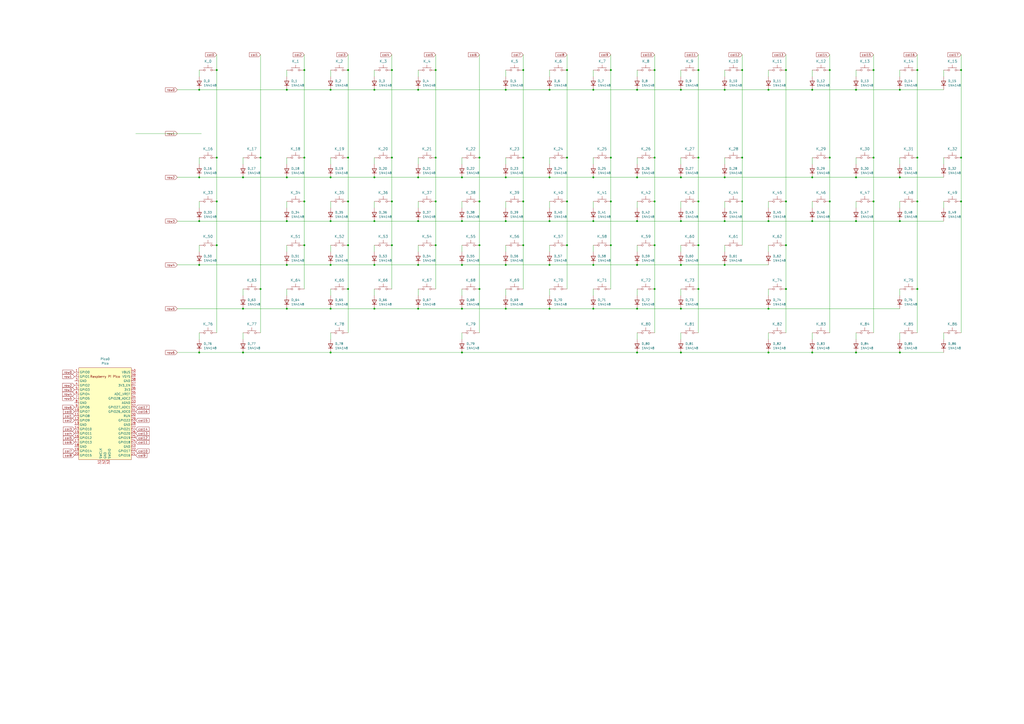
<source format=kicad_sch>
(kicad_sch (version 20231120) (generator "eeschema") (generator_version "8.0")
  (paper "A2")
  (junction (at 115.57 128.27))
  (junction (at 217.17 52.07))
  (junction (at 557.53 91.44))
  (junction (at 278.13 142.24))
  (junction (at 303.53 116.84))
  (junction (at 318.77 153.67))
  (junction (at 471.17 102.87))
  (junction (at 557.53 40.64))
  (junction (at 217.17 153.67))
  (junction (at 471.17 204.47))
  (junction (at 242.57 179.07))
  (junction (at 125.73 91.44))
  (junction (at 506.73 91.44))
  (junction (at 394.97 52.07))
  (junction (at 405.13 40.64))
  (junction (at 521.97 102.87))
  (junction (at 344.17 102.87))
  (junction (at 166.37 128.27))
  (junction (at 394.97 179.07))
  (junction (at 318.77 102.87))
  (junction (at 481.33 116.84))
  (junction (at 405.13 167.64))
  (junction (at 115.57 204.47))
  (junction (at 201.93 91.44))
  (junction (at 191.77 153.67))
  (junction (at 379.73 116.84))
  (junction (at 252.73 142.24))
  (junction (at 344.17 128.27))
  (junction (at 166.37 153.67))
  (junction (at 191.77 179.07))
  (junction (at 369.57 128.27))
  (junction (at 344.17 179.07))
  (junction (at 125.73 40.64))
  (junction (at 506.73 40.64))
  (junction (at 318.77 52.07))
  (junction (at 293.37 128.27))
  (junction (at 176.53 116.84))
  (junction (at 217.17 179.07))
  (junction (at 369.57 179.07))
  (junction (at 369.57 204.47))
  (junction (at 267.97 128.27))
  (junction (at 140.97 204.47))
  (junction (at 278.13 167.64))
  (junction (at 496.57 204.47))
  (junction (at 394.97 204.47))
  (junction (at 201.93 40.64))
  (junction (at 166.37 102.87))
  (junction (at 125.73 116.84))
  (junction (at 379.73 167.64))
  (junction (at 445.77 179.07))
  (junction (at 420.37 153.67))
  (junction (at 328.93 40.64))
  (junction (at 455.93 167.64))
  (junction (at 176.53 142.24))
  (junction (at 394.97 102.87))
  (junction (at 521.97 128.27))
  (junction (at 369.57 52.07))
  (junction (at 151.13 91.44))
  (junction (at 471.17 128.27))
  (junction (at 278.13 116.84))
  (junction (at 445.77 204.47))
  (junction (at 201.93 142.24))
  (junction (at 420.37 102.87))
  (junction (at 318.77 179.07))
  (junction (at 115.57 153.67))
  (junction (at 293.37 52.07))
  (junction (at 557.53 116.84))
  (junction (at 496.57 102.87))
  (junction (at 369.57 153.67))
  (junction (at 267.97 179.07))
  (junction (at 242.57 102.87))
  (junction (at 532.13 91.44))
  (junction (at 217.17 128.27))
  (junction (at 445.77 52.07))
  (junction (at 278.13 91.44))
  (junction (at 191.77 52.07))
  (junction (at 115.57 52.07))
  (junction (at 532.13 40.64))
  (junction (at 532.13 167.64))
  (junction (at 176.53 40.64))
  (junction (at 532.13 116.84))
  (junction (at 242.57 128.27))
  (junction (at 176.53 91.44))
  (junction (at 166.37 179.07))
  (junction (at 140.97 179.07))
  (junction (at 430.53 40.64))
  (junction (at 252.73 91.44))
  (junction (at 405.13 91.44))
  (junction (at 405.13 116.84))
  (junction (at 140.97 102.87))
  (junction (at 496.57 52.07))
  (junction (at 227.33 116.84))
  (junction (at 252.73 116.84))
  (junction (at 201.93 167.64))
  (junction (at 455.93 142.24))
  (junction (at 191.77 102.87))
  (junction (at 166.37 52.07))
  (junction (at 125.73 142.24))
  (junction (at 379.73 142.24))
  (junction (at 521.97 204.47))
  (junction (at 354.33 40.64))
  (junction (at 227.33 91.44))
  (junction (at 267.97 102.87))
  (junction (at 151.13 167.64))
  (junction (at 303.53 40.64))
  (junction (at 521.97 52.07))
  (junction (at 303.53 142.24))
  (junction (at 369.57 102.87))
  (junction (at 191.77 204.47))
  (junction (at 267.97 153.67))
  (junction (at 252.73 40.64))
  (junction (at 293.37 102.87))
  (junction (at 242.57 153.67))
  (junction (at 328.93 116.84))
  (junction (at 242.57 52.07))
  (junction (at 394.97 128.27))
  (junction (at 318.77 128.27))
  (junction (at 217.17 102.87))
  (junction (at 481.33 91.44))
  (junction (at 293.37 153.67))
  (junction (at 379.73 40.64))
  (junction (at 496.57 128.27))
  (junction (at 420.37 52.07))
  (junction (at 201.93 116.84))
  (junction (at 354.33 116.84))
  (junction (at 227.33 142.24))
  (junction (at 344.17 153.67))
  (junction (at 354.33 142.24))
  (junction (at 455.93 116.84))
  (junction (at 328.93 91.44))
  (junction (at 354.33 91.44))
  (junction (at 430.53 116.84))
  (junction (at 506.73 116.84))
  (junction (at 430.53 91.44))
  (junction (at 471.17 52.07))
  (junction (at 420.37 128.27))
  (junction (at 293.37 179.07))
  (junction (at 394.97 153.67))
  (junction (at 191.77 128.27))
  (junction (at 481.33 40.64))
  (junction (at 115.57 102.87))
  (junction (at 344.17 52.07))
  (junction (at 328.93 142.24))
  (junction (at 227.33 40.64))
  (junction (at 405.13 142.24))
  (junction (at 455.93 40.64))
  (junction (at 303.53 91.44))
  (junction (at 445.77 128.27))
  (junction (at 379.73 91.44))
  (junction (at 267.97 204.47))
  (wire (pts (xy 557.53 116.84) (xy 557.53 91.44)))
  (wire (pts (xy 354.33 31.75) (xy 354.33 40.64)))
  (wire (pts (xy 303.53 142.24) (xy 303.53 116.84)))
  (wire (pts (xy 420.37 116.84) (xy 420.37 120.65)))
  (wire (pts (xy 140.97 102.87) (xy 166.37 102.87)))
  (wire (pts (xy 481.33 40.64) (xy 481.33 91.44)))
  (wire (pts (xy 369.57 128.27) (xy 394.97 128.27)))
  (wire (pts (xy 278.13 31.75) (xy 278.13 91.44)))
  (wire (pts (xy 166.37 40.64) (xy 166.37 44.45)))
  (wire (pts (xy 318.77 153.67) (xy 344.17 153.67)))
  (wire (pts (xy 242.57 116.84) (xy 242.57 120.65)))
  (wire (pts (xy 369.57 204.47) (xy 394.97 204.47)))
  (wire (pts (xy 445.77 128.27) (xy 471.17 128.27)))
  (wire (pts (xy 405.13 40.64) (xy 405.13 91.44)))
  (wire (pts (xy 217.17 128.27) (xy 242.57 128.27)))
  (wire (pts (xy 405.13 142.24) (xy 405.13 116.84)))
  (wire (pts (xy 328.93 40.64) (xy 328.93 91.44)))
  (wire (pts (xy 354.33 40.64) (xy 354.33 91.44)))
  (wire (pts (xy 166.37 167.64) (xy 166.37 171.45)))
  (wire (pts (xy 115.57 153.67) (xy 166.37 153.67)))
  (wire (pts (xy 166.37 142.24) (xy 166.37 146.05)))
  (wire (pts (xy 115.57 40.64) (xy 115.57 44.45)))
  (wire (pts (xy 217.17 40.64) (xy 217.17 44.45)))
  (wire (pts (xy 369.57 40.64) (xy 369.57 44.45)))
  (wire (pts (xy 191.77 153.67) (xy 217.17 153.67)))
  (wire (pts (xy 481.33 116.84) (xy 481.33 91.44)))
  (wire (pts (xy 344.17 116.84) (xy 344.17 120.65)))
  (wire (pts (xy 201.93 31.75) (xy 201.93 40.64)))
  (wire (pts (xy 471.17 102.87) (xy 496.57 102.87)))
  (wire (pts (xy 318.77 128.27) (xy 344.17 128.27)))
  (wire (pts (xy 532.13 116.84) (xy 532.13 91.44)))
  (wire (pts (xy 318.77 52.07) (xy 344.17 52.07)))
  (wire (pts (xy 496.57 204.47) (xy 521.97 204.47)))
  (wire (pts (xy 278.13 193.04) (xy 278.13 167.64)))
  (wire (pts (xy 242.57 102.87) (xy 267.97 102.87)))
  (wire (pts (xy 445.77 179.07) (xy 521.97 179.07)))
  (wire (pts (xy 115.57 116.84) (xy 115.57 120.65)))
  (wire (pts (xy 506.73 31.75) (xy 506.73 40.64)))
  (wire (pts (xy 506.73 116.84) (xy 506.73 91.44)))
  (wire (pts (xy 227.33 40.64) (xy 227.33 91.44)))
  (wire (pts (xy 379.73 31.75) (xy 379.73 40.64)))
  (wire (pts (xy 369.57 193.04) (xy 369.57 196.85)))
  (wire (pts (xy 293.37 142.24) (xy 293.37 146.05)))
  (wire (pts (xy 278.13 167.64) (xy 278.13 142.24)))
  (wire (pts (xy 379.73 40.64) (xy 379.73 91.44)))
  (wire (pts (xy 278.13 116.84) (xy 278.13 91.44)))
  (wire (pts (xy 267.97 179.07) (xy 293.37 179.07)))
  (wire (pts (xy 191.77 128.27) (xy 217.17 128.27)))
  (wire (pts (xy 191.77 40.64) (xy 191.77 44.45)))
  (wire (pts (xy 191.77 179.07) (xy 217.17 179.07)))
  (wire (pts (xy 102.87 102.87) (xy 115.57 102.87)))
  (wire (pts (xy 455.93 31.75) (xy 455.93 40.64)))
  (wire (pts (xy 521.97 40.64) (xy 521.97 44.45)))
  (wire (pts (xy 252.73 116.84) (xy 252.73 91.44)))
  (wire (pts (xy 267.97 142.24) (xy 267.97 146.05)))
  (wire (pts (xy 420.37 52.07) (xy 445.77 52.07)))
  (wire (pts (xy 532.13 167.64) (xy 532.13 116.84)))
  (wire (pts (xy 267.97 102.87) (xy 293.37 102.87)))
  (wire (pts (xy 191.77 167.64) (xy 191.77 171.45)))
  (wire (pts (xy 557.53 31.75) (xy 557.53 40.64)))
  (wire (pts (xy 547.37 91.44) (xy 547.37 95.25)))
  (wire (pts (xy 532.13 31.75) (xy 532.13 40.64)))
  (wire (pts (xy 430.53 40.64) (xy 430.53 91.44)))
  (wire (pts (xy 201.93 167.64) (xy 201.93 142.24)))
  (wire (pts (xy 303.53 40.64) (xy 303.53 91.44)))
  (wire (pts (xy 242.57 40.64) (xy 242.57 44.45)))
  (wire (pts (xy 191.77 142.24) (xy 191.77 146.05)))
  (wire (pts (xy 369.57 91.44) (xy 369.57 95.25)))
  (wire (pts (xy 344.17 128.27) (xy 369.57 128.27)))
  (wire (pts (xy 293.37 153.67) (xy 318.77 153.67)))
  (wire (pts (xy 125.73 142.24) (xy 125.73 116.84)))
  (wire (pts (xy 369.57 52.07) (xy 394.97 52.07)))
  (wire (pts (xy 115.57 52.07) (xy 166.37 52.07)))
  (wire (pts (xy 532.13 193.04) (xy 532.13 167.64)))
  (wire (pts (xy 445.77 116.84) (xy 445.77 120.65)))
  (wire (pts (xy 405.13 116.84) (xy 405.13 91.44)))
  (wire (pts (xy 496.57 128.27) (xy 521.97 128.27)))
  (wire (pts (xy 217.17 116.84) (xy 217.17 120.65)))
  (wire (pts (xy 369.57 116.84) (xy 369.57 120.65)))
  (wire (pts (xy 151.13 167.64) (xy 151.13 91.44)))
  (wire (pts (xy 557.53 40.64) (xy 557.53 91.44)))
  (wire (pts (xy 394.97 193.04) (xy 394.97 196.85)))
  (wire (pts (xy 496.57 40.64) (xy 496.57 44.45)))
  (wire (pts (xy 217.17 167.64) (xy 217.17 171.45)))
  (wire (pts (xy 405.13 167.64) (xy 405.13 142.24)))
  (wire (pts (xy 242.57 91.44) (xy 242.57 95.25)))
  (wire (pts (xy 252.73 142.24) (xy 252.73 116.84)))
  (wire (pts (xy 471.17 52.07) (xy 496.57 52.07)))
  (wire (pts (xy 102.87 128.27) (xy 115.57 128.27)))
  (wire (pts (xy 394.97 116.84) (xy 394.97 120.65)))
  (wire (pts (xy 293.37 40.64) (xy 293.37 44.45)))
  (wire (pts (xy 394.97 142.24) (xy 394.97 146.05)))
  (wire (pts (xy 242.57 153.67) (xy 267.97 153.67)))
  (wire (pts (xy 379.73 142.24) (xy 379.73 116.84)))
  (wire (pts (xy 191.77 116.84) (xy 191.77 120.65)))
  (wire (pts (xy 369.57 102.87) (xy 394.97 102.87)))
  (wire (pts (xy 420.37 102.87) (xy 471.17 102.87)))
  (wire (pts (xy 379.73 193.04) (xy 379.73 167.64)))
  (wire (pts (xy 521.97 116.84) (xy 521.97 120.65)))
  (wire (pts (xy 471.17 204.47) (xy 496.57 204.47)))
  (wire (pts (xy 227.33 142.24) (xy 227.33 116.84)))
  (wire (pts (xy 217.17 91.44) (xy 217.17 95.25)))
  (wire (pts (xy 471.17 40.64) (xy 471.17 44.45)))
  (wire (pts (xy 369.57 153.67) (xy 394.97 153.67)))
  (wire (pts (xy 242.57 142.24) (xy 242.57 146.05)))
  (wire (pts (xy 521.97 193.04) (xy 521.97 196.85)))
  (wire (pts (xy 394.97 40.64) (xy 394.97 44.45)))
  (wire (pts (xy 328.93 116.84) (xy 328.93 91.44)))
  (wire (pts (xy 496.57 193.04) (xy 496.57 196.85)))
  (wire (pts (xy 227.33 31.75) (xy 227.33 40.64)))
  (wire (pts (xy 115.57 142.24) (xy 115.57 146.05)))
  (wire (pts (xy 303.53 31.75) (xy 303.53 40.64)))
  (wire (pts (xy 293.37 102.87) (xy 318.77 102.87)))
  (wire (pts (xy 252.73 31.75) (xy 252.73 40.64)))
  (wire (pts (xy 102.87 179.07) (xy 140.97 179.07)))
  (wire (pts (xy 191.77 102.87) (xy 217.17 102.87)))
  (wire (pts (xy 471.17 193.04) (xy 471.17 196.85)))
  (wire (pts (xy 521.97 52.07) (xy 547.37 52.07)))
  (wire (pts (xy 217.17 179.07) (xy 242.57 179.07)))
  (wire (pts (xy 394.97 102.87) (xy 420.37 102.87)))
  (wire (pts (xy 115.57 128.27) (xy 166.37 128.27)))
  (wire (pts (xy 176.53 40.64) (xy 176.53 91.44)))
  (wire (pts (xy 394.97 179.07) (xy 445.77 179.07)))
  (wire (pts (xy 344.17 102.87) (xy 369.57 102.87)))
  (wire (pts (xy 293.37 167.64) (xy 293.37 171.45)))
  (wire (pts (xy 328.93 142.24) (xy 328.93 116.84)))
  (wire (pts (xy 115.57 91.44) (xy 115.57 95.25)))
  (wire (pts (xy 176.53 142.24) (xy 176.53 116.84)))
  (wire (pts (xy 227.33 116.84) (xy 227.33 91.44)))
  (wire (pts (xy 140.97 91.44) (xy 140.97 95.25)))
  (wire (pts (xy 379.73 116.84) (xy 379.73 91.44)))
  (wire (pts (xy 303.53 167.64) (xy 303.53 142.24)))
  (wire (pts (xy 547.37 40.64) (xy 547.37 44.45)))
  (wire (pts (xy 430.53 142.24) (xy 430.53 116.84)))
  (wire (pts (xy 242.57 128.27) (xy 267.97 128.27)))
  (wire (pts (xy 506.73 40.64) (xy 506.73 91.44)))
  (wire (pts (xy 191.77 204.47) (xy 267.97 204.47)))
  (wire (pts (xy 455.93 167.64) (xy 455.93 142.24)))
  (wire (pts (xy 242.57 179.07) (xy 267.97 179.07)))
  (wire (pts (xy 278.13 142.24) (xy 278.13 116.84)))
  (wire (pts (xy 176.53 116.84) (xy 176.53 91.44)))
  (wire (pts (xy 191.77 193.04) (xy 191.77 196.85)))
  (wire (pts (xy 354.33 142.24) (xy 354.33 116.84)))
  (wire (pts (xy 420.37 128.27) (xy 445.77 128.27)))
  (wire (pts (xy 140.97 179.07) (xy 166.37 179.07)))
  (wire (pts (xy 394.97 153.67) (xy 420.37 153.67)))
  (wire (pts (xy 344.17 142.24) (xy 344.17 146.05)))
  (wire (pts (xy 532.13 40.64) (xy 532.13 91.44)))
  (wire (pts (xy 252.73 40.64) (xy 252.73 91.44)))
  (wire (pts (xy 293.37 52.07) (xy 318.77 52.07)))
  (wire (pts (xy 547.37 193.04) (xy 547.37 196.85)))
  (wire (pts (xy 293.37 179.07) (xy 318.77 179.07)))
  (wire (pts (xy 242.57 167.64) (xy 242.57 171.45)))
  (wire (pts (xy 445.77 40.64) (xy 445.77 44.45)))
  (wire (pts (xy 267.97 116.84) (xy 267.97 120.65)))
  (wire (pts (xy 201.93 142.24) (xy 201.93 116.84)))
  (wire (pts (xy 420.37 142.24) (xy 420.37 146.05)))
  (wire (pts (xy 318.77 91.44) (xy 318.77 95.25)))
  (wire (pts (xy 557.53 193.04) (xy 557.53 116.84)))
  (wire (pts (xy 369.57 179.07) (xy 394.97 179.07)))
  (wire (pts (xy 496.57 102.87) (xy 521.97 102.87)))
  (wire (pts (xy 405.13 31.75) (xy 405.13 40.64)))
  (wire (pts (xy 445.77 142.24) (xy 445.77 146.05)))
  (wire (pts (xy 267.97 204.47) (xy 369.57 204.47)))
  (wire (pts (xy 78.74 77.47) (xy 116.84 77.47)))
  (wire (pts (xy 176.53 31.75) (xy 176.53 40.64)))
  (wire (pts (xy 191.77 91.44) (xy 191.77 95.25)))
  (wire (pts (xy 242.57 52.07) (xy 293.37 52.07)))
  (wire (pts (xy 140.97 193.04) (xy 140.97 196.85)))
  (wire (pts (xy 267.97 128.27) (xy 293.37 128.27)))
  (wire (pts (xy 420.37 153.67) (xy 445.77 153.67)))
  (wire (pts (xy 471.17 91.44) (xy 471.17 95.25)))
  (wire (pts (xy 293.37 128.27) (xy 318.77 128.27)))
  (wire (pts (xy 252.73 167.64) (xy 252.73 142.24)))
  (wire (pts (xy 166.37 91.44) (xy 166.37 95.25)))
  (wire (pts (xy 354.33 116.84) (xy 354.33 91.44)))
  (wire (pts (xy 140.97 167.64) (xy 140.97 171.45)))
  (wire (pts (xy 471.17 128.27) (xy 496.57 128.27)))
  (wire (pts (xy 445.77 204.47) (xy 471.17 204.47)))
  (wire (pts (xy 481.33 31.75) (xy 481.33 40.64)))
  (wire (pts (xy 318.77 179.07) (xy 344.17 179.07)))
  (wire (pts (xy 201.93 116.84) (xy 201.93 91.44)))
  (wire (pts (xy 125.73 40.64) (xy 125.73 91.44)))
  (wire (pts (xy 293.37 91.44) (xy 293.37 95.25)))
  (wire (pts (xy 344.17 167.64) (xy 344.17 171.45)))
  (wire (pts (xy 227.33 167.64) (xy 227.33 142.24)))
  (wire (pts (xy 166.37 102.87) (xy 191.77 102.87)))
  (wire (pts (xy 166.37 128.27) (xy 191.77 128.27)))
  (wire (pts (xy 151.13 31.75) (xy 151.13 91.44)))
  (wire (pts (xy 547.37 116.84) (xy 547.37 120.65)))
  (wire (pts (xy 445.77 193.04) (xy 445.77 196.85)))
  (wire (pts (xy 115.57 204.47) (xy 140.97 204.47)))
  (wire (pts (xy 521.97 167.64) (xy 521.97 171.45)))
  (wire (pts (xy 328.93 167.64) (xy 328.93 142.24)))
  (wire (pts (xy 201.93 193.04) (xy 201.93 167.64)))
  (wire (pts (xy 344.17 179.07) (xy 369.57 179.07)))
  (wire (pts (xy 328.93 31.75) (xy 328.93 40.64)))
  (wire (pts (xy 191.77 52.07) (xy 217.17 52.07)))
  (wire (pts (xy 521.97 204.47) (xy 547.37 204.47)))
  (wire (pts (xy 217.17 102.87) (xy 242.57 102.87)))
  (wire (pts (xy 394.97 128.27) (xy 420.37 128.27)))
  (wire (pts (xy 369.57 167.64) (xy 369.57 171.45)))
  (wire (pts (xy 521.97 128.27) (xy 547.37 128.27)))
  (wire (pts (xy 379.73 167.64) (xy 379.73 142.24)))
  (wire (pts (xy 140.97 204.47) (xy 191.77 204.47)))
  (wire (pts (xy 318.77 167.64) (xy 318.77 171.45)))
  (wire (pts (xy 481.33 193.04) (xy 481.33 116.84)))
  (wire (pts (xy 267.97 91.44) (xy 267.97 95.25)))
  (wire (pts (xy 166.37 52.07) (xy 191.77 52.07)))
  (wire (pts (xy 521.97 91.44) (xy 521.97 95.25)))
  (wire (pts (xy 267.97 167.64) (xy 267.97 171.45)))
  (wire (pts (xy 521.97 102.87) (xy 547.37 102.87)))
  (wire (pts (xy 151.13 193.04) (xy 151.13 167.64)))
  (wire (pts (xy 405.13 193.04) (xy 405.13 167.64)))
  (wire (pts (xy 293.37 116.84) (xy 293.37 120.65)))
  (wire (pts (xy 394.97 52.07) (xy 420.37 52.07)))
  (wire (pts (xy 217.17 142.24) (xy 217.17 146.05)))
  (wire (pts (xy 125.73 31.75) (xy 125.73 40.64)))
  (wire (pts (xy 166.37 153.67) (xy 191.77 153.67)))
  (wire (pts (xy 354.33 167.64) (xy 354.33 142.24)))
  (wire (pts (xy 125.73 116.84) (xy 125.73 91.44)))
  (wire (pts (xy 496.57 52.07) (xy 521.97 52.07)))
  (wire (pts (xy 318.77 40.64) (xy 318.77 44.45)))
  (wire (pts (xy 394.97 167.64) (xy 394.97 171.45)))
  (wire (pts (xy 369.57 142.24) (xy 369.57 146.05)))
  (wire (pts (xy 455.93 193.04) (xy 455.93 167.64)))
  (wire (pts (xy 201.93 40.64) (xy 201.93 91.44)))
  (wire (pts (xy 394.97 91.44) (xy 394.97 95.25)))
  (wire (pts (xy 420.37 91.44) (xy 420.37 95.25)))
  (wire (pts (xy 318.77 116.84) (xy 318.77 120.65)))
  (wire (pts (xy 496.57 116.84) (xy 496.57 120.65)))
  (wire (pts (xy 455.93 142.24) (xy 455.93 116.84)))
  (wire (pts (xy 430.53 31.75) (xy 430.53 40.64)))
  (wire (pts (xy 267.97 153.67) (xy 293.37 153.67)))
  (wire (pts (xy 496.57 91.44) (xy 496.57 95.25)))
  (wire (pts (xy 217.17 52.07) (xy 242.57 52.07)))
  (wire (pts (xy 445.77 52.07) (xy 471.17 52.07)))
  (wire (pts (xy 102.87 204.47) (xy 115.57 204.47)))
  (wire (pts (xy 344.17 40.64) (xy 344.17 44.45)))
  (wire (pts (xy 217.17 153.67) (xy 242.57 153.67)))
  (wire (pts (xy 318.77 142.24) (xy 318.77 146.05)))
  (wire (pts (xy 344.17 52.07) (xy 369.57 52.07)))
  (wire (pts (xy 176.53 167.64) (xy 176.53 142.24)))
  (wire (pts (xy 445.77 167.64) (xy 445.77 171.45)))
  (wire (pts (xy 344.17 153.67) (xy 369.57 153.67)))
  (wire (pts (xy 166.37 116.84) (xy 166.37 120.65)))
  (wire (pts (xy 471.17 116.84) (xy 471.17 120.65)))
  (wire (pts (xy 506.73 193.04) (xy 506.73 116.84)))
  (wire (pts (xy 394.97 204.47) (xy 445.77 204.47)))
  (wire (pts (xy 102.87 52.07) (xy 115.57 52.07)))
  (wire (pts (xy 318.77 102.87) (xy 344.17 102.87)))
  (wire (pts (xy 344.17 91.44) (xy 344.17 95.25)))
  (wire (pts (xy 125.73 193.04) (xy 125.73 142.24)))
  (wire (pts (xy 166.37 179.07) (xy 191.77 179.07)))
  (wire (pts (xy 430.53 116.84) (xy 430.53 91.44)))
  (wire (pts (xy 115.57 102.87) (xy 140.97 102.87)))
  (wire (pts (xy 115.57 193.04) (xy 115.57 196.85)))
  (wire (pts (xy 455.93 40.64) (xy 455.93 116.84)))
  (wire (pts (xy 102.87 153.67) (xy 115.57 153.67)))
  (wire (pts (xy 303.53 116.84) (xy 303.53 91.44)))
  (wire (pts (xy 420.37 40.64) (xy 420.37 44.45)))
  (wire (pts (xy 267.97 193.04) (xy 267.97 196.85)))
  (global_label "col12" (shape input) (at 78.74 254 0) (property "Intersheetrefs" "${INTERSHEET_REFS}" (effects (hide yes))))
  (global_label "col12" (shape input) (at 430.53 31.75 180) (property "Intersheetrefs" "${INTERSHEET_REFS}" (effects (hide yes))))
  (global_label "col14" (shape input) (at 481.33 31.75 180) (property "Intersheetrefs" "${INTERSHEET_REFS}" (effects (hide yes))))
  (global_label "col10" (shape input) (at 78.74 261.62 0) (property "Intersheetrefs" "${INTERSHEET_REFS}" (effects (hide yes))))
  (global_label "col4" (shape input) (at 227.33 31.75 180) (property "Intersheetrefs" "${INTERSHEET_REFS}" (effects (hide yes))))
  (global_label "row6" (shape input) (at 102.87 204.47 180) (property "Intersheetrefs" "${INTERSHEET_REFS}" (effects (hide yes))))
  (global_label "col8" (shape input) (at 43.18 264.16 180) (property "Intersheetrefs" "${INTERSHEET_REFS}" (effects (hide yes))))
  (global_label "col10" (shape input) (at 379.73 31.75 180) (property "Intersheetrefs" "${INTERSHEET_REFS}" (effects (hide yes))))
  (global_label "col11" (shape input) (at 78.74 256.54 0) (property "Intersheetrefs" "${INTERSHEET_REFS}" (effects (hide yes))))
  (global_label "row0" (shape input) (at 43.18 215.9 180) (property "Intersheetrefs" "${INTERSHEET_REFS}" (effects (hide yes))))
  (global_label "col6" (shape input) (at 278.13 31.75 180) (property "Intersheetrefs" "${INTERSHEET_REFS}" (effects (hide yes))))
  (global_label "row1" (shape input) (at 43.18 218.44 180) (property "Intersheetrefs" "${INTERSHEET_REFS}" (effects (hide yes))))
  (global_label "row6" (shape input) (at 43.18 236.22 180) (property "Intersheetrefs" "${INTERSHEET_REFS}" (effects (hide yes))))
  (global_label "col2" (shape input) (at 176.53 31.75 180) (property "Intersheetrefs" "${INTERSHEET_REFS}" (effects (hide yes))))
  (global_label "col5" (shape input) (at 252.73 31.75 180) (property "Intersheetrefs" "${INTERSHEET_REFS}" (effects (hide yes))))
  (global_label "col4" (shape input) (at 43.18 251.46 180) (property "Intersheetrefs" "${INTERSHEET_REFS}" (effects (hide yes))))
  (global_label "col8" (shape input) (at 328.93 31.75 180) (property "Intersheetrefs" "${INTERSHEET_REFS}" (effects (hide yes))))
  (global_label "col1" (shape input) (at 43.18 241.3 180) (property "Intersheetrefs" "${INTERSHEET_REFS}" (effects (hide yes))))
  (global_label "row1" (shape input) (at 102.87 77.47 180) (property "Intersheetrefs" "${INTERSHEET_REFS}" (effects (hide yes))))
  (global_label "row4" (shape input) (at 102.87 153.67 180) (property "Intersheetrefs" "${INTERSHEET_REFS}" (effects (hide yes))))
  (global_label "row5" (shape input) (at 102.87 179.07 180) (property "Intersheetrefs" "${INTERSHEET_REFS}" (effects (hide yes))))
  (global_label "col7" (shape input) (at 303.53 31.75 180) (property "Intersheetrefs" "${INTERSHEET_REFS}" (effects (hide yes))))
  (global_label "col9" (shape input) (at 354.33 31.75 180) (property "Intersheetrefs" "${INTERSHEET_REFS}" (effects (hide yes))))
  (global_label "row2" (shape input) (at 43.18 223.52 180) (property "Intersheetrefs" "${INTERSHEET_REFS}" (effects (hide yes))))
  (global_label "row5" (shape input) (at 43.18 231.14 180) (property "Intersheetrefs" "${INTERSHEET_REFS}" (effects (hide yes))))
  (global_label "col9" (shape input) (at 78.74 264.16 0) (property "Intersheetrefs" "${INTERSHEET_REFS}" (effects (hide yes))))
  (global_label "col14" (shape input) (at 78.74 248.92 0) (property "Intersheetrefs" "${INTERSHEET_REFS}" (effects (hide yes))))
  (global_label "row0" (shape input) (at 102.87 52.07 180) (property "Intersheetrefs" "${INTERSHEET_REFS}" (effects (hide yes))))
  (global_label "col1" (shape input) (at 151.13 31.75 180) (property "Intersheetrefs" "${INTERSHEET_REFS}" (effects (hide yes))))
  (global_label "col13" (shape input) (at 455.93 31.75 180) (property "Intersheetrefs" "${INTERSHEET_REFS}" (effects (hide yes))))
  (global_label "row4" (shape input) (at 43.18 228.6 180) (property "Intersheetrefs" "${INTERSHEET_REFS}" (effects (hide yes))))
  (global_label "col16" (shape input) (at 532.13 31.75 180) (property "Intersheetrefs" "${INTERSHEET_REFS}" (effects (hide yes))))
  (global_label "col3" (shape input) (at 201.93 31.75 180) (property "Intersheetrefs" "${INTERSHEET_REFS}" (effects (hide yes))))
  (global_label "row3" (shape input) (at 43.18 226.06 180) (property "Intersheetrefs" "${INTERSHEET_REFS}" (effects (hide yes))))
  (global_label "col2" (shape input) (at 43.18 243.84 180) (property "Intersheetrefs" "${INTERSHEET_REFS}" (effects (hide yes))))
  (global_label "col6" (shape input) (at 43.18 256.54 180) (property "Intersheetrefs" "${INTERSHEET_REFS}" (effects (hide yes))))
  (global_label "row3" (shape input) (at 102.87 128.27 180) (property "Intersheetrefs" "${INTERSHEET_REFS}" (effects (hide yes))))
  (global_label "col3" (shape input) (at 43.18 248.92 180) (property "Intersheetrefs" "${INTERSHEET_REFS}" (effects (hide yes))))
  (global_label "row2" (shape input) (at 102.87 102.87 180) (property "Intersheetrefs" "${INTERSHEET_REFS}" (effects (hide yes))))
  (global_label "col15" (shape input) (at 78.74 243.84 0) (property "Intersheetrefs" "${INTERSHEET_REFS}" (effects (hide yes))))
  (global_label "col17" (shape input) (at 557.53 31.75 180) (property "Intersheetrefs" "${INTERSHEET_REFS}" (effects (hide yes))))
  (global_label "col15" (shape input) (at 506.73 31.75 180) (property "Intersheetrefs" "${INTERSHEET_REFS}" (effects (hide yes))))
  (global_label "col17" (shape input) (at 78.74 236.22 0) (property "Intersheetrefs" "${INTERSHEET_REFS}" (effects (hide yes))))
  (global_label "col7" (shape input) (at 43.18 261.62 180) (property "Intersheetrefs" "${INTERSHEET_REFS}" (effects (hide yes))))
  (global_label "col0" (shape input) (at 43.18 238.76 180) (property "Intersheetrefs" "${INTERSHEET_REFS}" (effects (hide yes))))
  (global_label "col5" (shape input) (at 43.18 254 180) (property "Intersheetrefs" "${INTERSHEET_REFS}" (effects (hide yes))))
  (global_label "col11" (shape input) (at 405.13 31.75 180) (property "Intersheetrefs" "${INTERSHEET_REFS}" (effects (hide yes))))
  (global_label "col16" (shape input) (at 78.74 238.76 0) (property "Intersheetrefs" "${INTERSHEET_REFS}" (effects (hide yes))))
  (global_label "col0" (shape input) (at 125.73 31.75 180) (property "Intersheetrefs" "${INTERSHEET_REFS}" (effects (hide yes))))
  (global_label "col13" (shape input) (at 78.74 251.46 0) (property "Intersheetrefs" "${INTERSHEET_REFS}" (effects (hide yes))))
  (symbol (lib_id "Switch:SW_Push") (at 171.45 116.84 0) (unit 1)
    (property "Reference" "K_34" (at 171.45 111.76 0) (effects (font (size 1.524 1.524))))
    (property "Value" "KEYSW" (effects (hide yes)))
    (property "Footprint" "Button_Switch_Keyboard:SW_Cherry_MX_1.00u_PCB" (effects (hide yes)))
    (property "Description" "Push button switch, generic, two pins" (effects (hide yes)))
  )
  (symbol (lib_id "Diode:1N4148") (at 344.17 149.86 90) (unit 1)
    (property "Reference" "D_58" (at 346.71 148.5899 90) (effects (justify right)))
    (property "Value" "1N4148" (at 346.71 151.1299 90) (effects (justify right)))
    (property "Footprint" "Diode_THT:D_DO-35_SOD27_P7.62mm_Horizontal" (effects (hide yes)))
    (property "Datasheet" "https://assets.nexperia.com/documents/data-sheet/1N4148_1N4448.pdf" (effects (hide yes)))
    (property "Description" "100V 0.15A standard switching diode, DO-35" (effects (hide yes)))
    (property "Sim.Device" "D" (effects (hide yes)))
    (property "Sim.Pins" "1=K 2=A" (effects (hide yes)))
  )
  (symbol (lib_id "Switch:SW_Push") (at 298.45 91.44 0) (unit 1)
    (property "Reference" "K_23" (at 298.45 86.36 0) (effects (font (size 1.524 1.524))))
    (property "Value" "KEYSW" (effects (hide yes)))
    (property "Footprint" "Button_Switch_Keyboard:SW_Cherry_MX_1.00u_PCB" (effects (hide yes)))
    (property "Description" "Push button switch, generic, two pins" (effects (hide yes)))
  )
  (symbol (lib_id "Switch:SW_Push") (at 196.85 193.04 0) (unit 1)
    (property "Reference" "K_78" (at 196.85 187.96 0) (effects (font (size 1.524 1.524))))
    (property "Value" "KEYSW" (effects (hide yes)))
    (property "Footprint" "Button_Switch_Keyboard:SW_Cherry_MX_1.25u_PCB" (effects (hide yes)))
    (property "Description" "Push button switch, generic, two pins" (effects (hide yes)))
  )
  (symbol (lib_id "Diode:1N4148") (at 242.57 48.26 90) (unit 1)
    (property "Reference" "D_4" (at 245.11 46.9899 90) (effects (justify right)))
    (property "Value" "1N4148" (at 245.11 49.5299 90) (effects (justify right)))
    (property "Footprint" "Diode_THT:D_DO-35_SOD27_P7.62mm_Horizontal" (effects (hide yes)))
    (property "Datasheet" "https://assets.nexperia.com/documents/data-sheet/1N4148_1N4448.pdf" (effects (hide yes)))
    (property "Description" "100V 0.15A standard switching diode, DO-35" (effects (hide yes)))
    (property "Sim.Device" "D" (effects (hide yes)))
    (property "Sim.Pins" "1=K 2=A" (effects (hide yes)))
  )
  (symbol (lib_id "Switch:SW_Push") (at 273.05 193.04 0) (unit 1)
    (property "Reference" "K_79" (at 273.05 187.96 0) (effects (font (size 1.524 1.524))))
    (property "Value" "KEYSW" (effects (hide yes)))
    (property "Footprint" "Button_Switch_Keyboard:SW_Cherry_MX_6.25u_PCB" (effects (hide yes)))
    (property "Description" "Push button switch, generic, two pins" (effects (hide yes)))
  )
  (symbol (lib_id "Switch:SW_Push") (at 501.65 193.04 0) (unit 1)
    (property "Reference" "K_84" (at 501.65 187.96 0) (effects (font (size 1.524 1.524))))
    (property "Value" "KEYSW" (effects (hide yes)))
    (property "Footprint" "Button_Switch_Keyboard:SW_Cherry_MX_1.00u_PCB" (effects (hide yes)))
    (property "Description" "Push button switch, generic, two pins" (effects (hide yes)))
  )
  (symbol (lib_id "Diode:1N4148") (at 267.97 200.66 90) (unit 1)
    (property "Reference" "D_79" (at 270.51 199.3899 90) (effects (justify right)))
    (property "Value" "1N4148" (at 270.51 201.9299 90) (effects (justify right)))
    (property "Footprint" "Diode_THT:D_DO-35_SOD27_P7.62mm_Horizontal" (effects (hide yes)))
    (property "Datasheet" "https://assets.nexperia.com/documents/data-sheet/1N4148_1N4448.pdf" (effects (hide yes)))
    (property "Description" "100V 0.15A standard switching diode, DO-35" (effects (hide yes)))
    (property "Sim.Device" "D" (effects (hide yes)))
    (property "Sim.Pins" "1=K 2=A" (effects (hide yes)))
  )
  (symbol (lib_id "Diode:1N4148") (at 166.37 149.86 90) (unit 1)
    (property "Reference" "D_51" (at 168.91 148.5899 90) (effects (justify right)))
    (property "Value" "1N4148" (at 168.91 151.1299 90) (effects (justify right)))
    (property "Footprint" "Diode_THT:D_DO-35_SOD27_P7.62mm_Horizontal" (effects (hide yes)))
    (property "Datasheet" "https://assets.nexperia.com/documents/data-sheet/1N4148_1N4448.pdf" (effects (hide yes)))
    (property "Description" "100V 0.15A standard switching diode, DO-35" (effects (hide yes)))
    (property "Sim.Device" "D" (effects (hide yes)))
    (property "Sim.Pins" "1=K 2=A" (effects (hide yes)))
  )
  (symbol (lib_id "Switch:SW_Push") (at 196.85 40.64 0) (unit 1)
    (property "Reference" "K_2" (at 196.85 35.56 0) (effects (font (size 1.524 1.524))))
    (property "Value" "KEYSW" (effects (hide yes)))
    (property "Footprint" "Button_Switch_Keyboard:SW_Cherry_MX_1.00u_PCB" (effects (hide yes)))
    (property "Description" "Push button switch, generic, two pins" (effects (hide yes)))
  )
  (symbol (lib_id "Diode:1N4148") (at 445.77 200.66 90) (unit 1)
    (property "Reference" "D_82" (at 448.31 199.3899 90) (effects (justify right)))
    (property "Value" "1N4148" (at 448.31 201.9299 90) (effects (justify right)))
    (property "Footprint" "Diode_THT:D_DO-35_SOD27_P7.62mm_Horizontal" (effects (hide yes)))
    (property "Datasheet" "https://assets.nexperia.com/documents/data-sheet/1N4148_1N4448.pdf" (effects (hide yes)))
    (property "Description" "100V 0.15A standard switching diode, DO-35" (effects (hide yes)))
    (property "Sim.Device" "D" (effects (hide yes)))
    (property "Sim.Pins" "1=K 2=A" (effects (hide yes)))
  )
  (symbol (lib_id "Diode:1N4148") (at 369.57 124.46 90) (unit 1)
    (property "Reference" "D_42" (at 372.11 123.1899 90) (effects (justify right)))
    (property "Value" "1N4148" (at 372.11 125.7299 90) (effects (justify right)))
    (property "Footprint" "Diode_THT:D_DO-35_SOD27_P7.62mm_Horizontal" (effects (hide yes)))
    (property "Datasheet" "https://assets.nexperia.com/documents/data-sheet/1N4148_1N4448.pdf" (effects (hide yes)))
    (property "Description" "100V 0.15A standard switching diode, DO-35" (effects (hide yes)))
    (property "Sim.Device" "D" (effects (hide yes)))
    (property "Sim.Pins" "1=K 2=A" (effects (hide yes)))
  )
  (symbol (lib_id "Switch:SW_Push") (at 171.45 142.24 0) (unit 1)
    (property "Reference" "K_51" (at 171.45 137.16 0) (effects (font (size 1.524 1.524))))
    (property "Value" "KEYSW" (effects (hide yes)))
    (property "Footprint" "Button_Switch_Keyboard:SW_Cherry_MX_1.00u_PCB" (effects (hide yes)))
    (property "Description" "Push button switch, generic, two pins" (effects (hide yes)))
  )
  (symbol (lib_id "Switch:SW_Push") (at 527.05 91.44 0) (unit 1)
    (property "Reference" "K_31" (at 527.05 86.36 0) (effects (font (size 1.524 1.524))))
    (property "Value" "KEYSW" (effects (hide yes)))
    (property "Footprint" "Button_Switch_Keyboard:SW_Cherry_MX_1.00u_PCB" (effects (hide yes)))
    (property "Description" "Push button switch, generic, two pins" (effects (hide yes)))
  )
  (symbol (lib_id "Diode:1N4148") (at 191.77 124.46 90) (unit 1)
    (property "Reference" "D_35" (at 194.31 123.1899 90) (effects (justify right)))
    (property "Value" "1N4148" (at 194.31 125.7299 90) (effects (justify right)))
    (property "Footprint" "Diode_THT:D_DO-35_SOD27_P7.62mm_Horizontal" (effects (hide yes)))
    (property "Datasheet" "https://assets.nexperia.com/documents/data-sheet/1N4148_1N4448.pdf" (effects (hide yes)))
    (property "Description" "100V 0.15A standard switching diode, DO-35" (effects (hide yes)))
    (property "Sim.Device" "D" (effects (hide yes)))
    (property "Sim.Pins" "1=K 2=A" (effects (hide yes)))
  )
  (symbol (lib_id "Switch:SW_Push") (at 400.05 142.24 0) (unit 1)
    (property "Reference" "K_60" (at 400.05 137.16 0) (effects (font (size 1.524 1.524))))
    (property "Value" "KEYSW" (effects (hide yes)))
    (property "Footprint" "Button_Switch_Keyboard:SW_Cherry_MX_1.00u_PCB" (effects (hide yes)))
    (property "Description" "Push button switch, generic, two pins" (effects (hide yes)))
  )
  (symbol (lib_id "Diode:1N4148") (at 369.57 200.66 90) (unit 1)
    (property "Reference" "D_80" (at 372.11 199.3899 90) (effects (justify right)))
    (property "Value" "1N4148" (at 372.11 201.9299 90) (effects (justify right)))
    (property "Footprint" "Diode_THT:D_DO-35_SOD27_P7.62mm_Horizontal" (effects (hide yes)))
    (property "Datasheet" "https://assets.nexperia.com/documents/data-sheet/1N4148_1N4448.pdf" (effects (hide yes)))
    (property "Description" "100V 0.15A standard switching diode, DO-35" (effects (hide yes)))
    (property "Sim.Device" "D" (effects (hide yes)))
    (property "Sim.Pins" "1=K 2=A" (effects (hide yes)))
  )
  (symbol (lib_id "Switch:SW_Push") (at 120.65 116.84 0) (unit 1)
    (property "Reference" "K_33" (at 120.65 111.76 0) (effects (font (size 1.524 1.524))))
    (property "Value" "KEYSW" (effects (hide yes)))
    (property "Footprint" "Button_Switch_Keyboard:SW_Cherry_MX_1.50u_PCB" (effects (hide yes)))
    (property "Description" "Push button switch, generic, two pins" (effects (hide yes)))
  )
  (symbol (lib_id "Diode:1N4148") (at 115.57 200.66 90) (unit 1)
    (property "Reference" "D_76" (at 118.11 199.3899 90) (effects (justify right)))
    (property "Value" "1N4148" (at 118.11 201.9299 90) (effects (justify right)))
    (property "Footprint" "Diode_THT:D_DO-35_SOD27_P7.62mm_Horizontal" (effects (hide yes)))
    (property "Datasheet" "https://assets.nexperia.com/documents/data-sheet/1N4148_1N4448.pdf" (effects (hide yes)))
    (property "Description" "100V 0.15A standard switching diode, DO-35" (effects (hide yes)))
    (property "Sim.Device" "D" (effects (hide yes)))
    (property "Sim.Pins" "1=K 2=A" (effects (hide yes)))
  )
  (symbol (lib_id "Switch:SW_Push") (at 374.65 193.04 0) (unit 1)
    (property "Reference" "K_80" (at 374.65 187.96 0) (effects (font (size 1.524 1.524))))
    (property "Value" "KEYSW" (effects (hide yes)))
    (property "Footprint" "Button_Switch_Keyboard:SW_Cherry_MX_1.25u_PCB" (effects (hide yes)))
    (property "Description" "Push button switch, generic, two pins" (effects (hide yes)))
  )
  (symbol (lib_id "Switch:SW_Push") (at 196.85 91.44 0) (unit 1)
    (property "Reference" "K_19" (at 196.85 86.36 0) (effects (font (size 1.524 1.524))))
    (property "Value" "KEYSW" (effects (hide yes)))
    (property "Footprint" "Button_Switch_Keyboard:SW_Cherry_MX_1.00u_PCB" (effects (hide yes)))
    (property "Description" "Push button switch, generic, two pins" (effects (hide yes)))
  )
  (symbol (lib_id "Switch:SW_Push") (at 552.45 193.04 0) (unit 1)
    (property "Reference" "K_86" (at 552.45 187.96 0) (effects (font (size 1.524 1.524))))
    (property "Value" "KEYSW" (effects (hide yes)))
    (property "Footprint" "Button_Switch_Keyboard:SW_Cherry_MX_1.00u_PCB" (effects (hide yes)))
    (property "Description" "Push button switch, generic, two pins" (effects (hide yes)))
  )
  (symbol (lib_id "Diode:1N4148") (at 496.57 124.46 90) (unit 1)
    (property "Reference" "D_47" (at 499.11 123.1899 90) (effects (justify right)))
    (property "Value" "1N4148" (at 499.11 125.7299 90) (effects (justify right)))
    (property "Footprint" "Diode_THT:D_DO-35_SOD27_P7.62mm_Horizontal" (effects (hide yes)))
    (property "Datasheet" "https://assets.nexperia.com/documents/data-sheet/1N4148_1N4448.pdf" (effects (hide yes)))
    (property "Description" "100V 0.15A standard switching diode, DO-35" (effects (hide yes)))
    (property "Sim.Device" "D" (effects (hide yes)))
    (property "Sim.Pins" "1=K 2=A" (effects (hide yes)))
  )
  (symbol (lib_id "Switch:SW_Push") (at 273.05 142.24 0) (unit 1)
    (property "Reference" "K_55" (at 273.05 137.16 0) (effects (font (size 1.524 1.524))))
    (property "Value" "KEYSW" (effects (hide yes)))
    (property "Footprint" "Button_Switch_Keyboard:SW_Cherry_MX_1.00u_PCB" (effects (hide yes)))
    (property "Description" "Push button switch, generic, two pins" (effects (hide yes)))
  )
  (symbol (lib_id "Diode:1N4148") (at 420.37 99.06 90) (unit 1)
    (property "Reference" "D_28" (at 422.91 97.7899 90) (effects (justify right)))
    (property "Value" "1N4148" (at 422.91 100.3299 90) (effects (justify right)))
    (property "Footprint" "Diode_THT:D_DO-35_SOD27_P7.62mm_Horizontal" (effects (hide yes)))
    (property "Datasheet" "https://assets.nexperia.com/documents/data-sheet/1N4148_1N4448.pdf" (effects (hide yes)))
    (property "Description" "100V 0.15A standard switching diode, DO-35" (effects (hide yes)))
    (property "Sim.Device" "D" (effects (hide yes)))
    (property "Sim.Pins" "1=K 2=A" (effects (hide yes)))
  )
  (symbol (lib_id "Switch:SW_Push") (at 222.25 142.24 0) (unit 1)
    (property "Reference" "K_53" (at 222.25 137.16 0) (effects (font (size 1.524 1.524))))
    (property "Value" "KEYSW" (effects (hide yes)))
    (property "Footprint" "Button_Switch_Keyboard:SW_Cherry_MX_1.00u_PCB" (effects (hide yes)))
    (property "Description" "Push button switch, generic, two pins" (effects (hide yes)))
  )
  (symbol (lib_id "Diode:1N4148") (at 217.17 149.86 90) (unit 1)
    (property "Reference" "D_53" (at 219.71 148.5899 90) (effects (justify right)))
    (property "Value" "1N4148" (at 219.71 151.1299 90) (effects (justify right)))
    (property "Footprint" "Diode_THT:D_DO-35_SOD27_P7.62mm_Horizontal" (effects (hide yes)))
    (property "Datasheet" "https://assets.nexperia.com/documents/data-sheet/1N4148_1N4448.pdf" (effects (hide yes)))
    (property "Description" "100V 0.15A standard switching diode, DO-35" (effects (hide yes)))
    (property "Sim.Device" "D" (effects (hide yes)))
    (property "Sim.Pins" "1=K 2=A" (effects (hide yes)))
  )
  (symbol (lib_id "Switch:SW_Push") (at 425.45 142.24 0) (unit 1)
    (property "Reference" "K_61" (at 425.45 137.16 0) (effects (font (size 1.524 1.524))))
    (property "Value" "KEYSW" (effects (hide yes)))
    (property "Footprint" "Button_Switch_Keyboard:SW_Cherry_MX_1.00u_PCB" (effects (hide yes)))
    (property "Description" "Push button switch, generic, two pins" (effects (hide yes)))
  )
  (symbol (lib_id "Switch:SW_Push") (at 146.05 167.64 0) (unit 1)
    (property "Reference" "K_63" (at 146.05 162.56 0) (effects (font (size 1.524 1.524))))
    (property "Value" "KEYSW" (effects (hide yes)))
    (property "Footprint" "Button_Switch_Keyboard:SW_Cherry_MX_2.25u_PCB" (effects (hide yes)))
    (property "Description" "Push button switch, generic, two pins" (effects (hide yes)))
  )
  (symbol (lib_id "Diode:1N4148") (at 267.97 124.46 90) (unit 1)
    (property "Reference" "D_38" (at 270.51 123.1899 90) (effects (justify right)))
    (property "Value" "1N4148" (at 270.51 125.7299 90) (effects (justify right)))
    (property "Footprint" "Diode_THT:D_DO-35_SOD27_P7.62mm_Horizontal" (effects (hide yes)))
    (property "Datasheet" "https://assets.nexperia.com/documents/data-sheet/1N4148_1N4448.pdf" (effects (hide yes)))
    (property "Description" "100V 0.15A standard switching diode, DO-35" (effects (hide yes)))
    (property "Sim.Device" "D" (effects (hide yes)))
    (property "Sim.Pins" "1=K 2=A" (effects (hide yes)))
  )
  (symbol (lib_id "Diode:1N4148") (at 471.17 99.06 90) (unit 1)
    (property "Reference" "D_29" (at 473.71 97.7899 90) (effects (justify right)))
    (property "Value" "1N4148" (at 473.71 100.3299 90) (effects (justify right)))
    (property "Footprint" "Diode_THT:D_DO-35_SOD27_P7.62mm_Horizontal" (effects (hide yes)))
    (property "Datasheet" "https://assets.nexperia.com/documents/data-sheet/1N4148_1N4448.pdf" (effects (hide yes)))
    (property "Description" "100V 0.15A standard switching diode, DO-35" (effects (hide yes)))
    (property "Sim.Device" "D" (effects (hide yes)))
    (property "Sim.Pins" "1=K 2=A" (effects (hide yes)))
  )
  (symbol (lib_id "Diode:1N4148") (at 217.17 48.26 90) (unit 1)
    (property "Reference" "D_3" (at 219.71 46.9899 90) (effects (justify right)))
    (property "Value" "1N4148" (at 219.71 49.5299 90) (effects (justify right)))
    (property "Footprint" "Diode_THT:D_DO-35_SOD27_P7.62mm_Horizontal" (effects (hide yes)))
    (property "Datasheet" "https://assets.nexperia.com/documents/data-sheet/1N4148_1N4448.pdf" (effects (hide yes)))
    (property "Description" "100V 0.15A standard switching diode, DO-35" (effects (hide yes)))
    (property "Sim.Device" "D" (effects (hide yes)))
    (property "Sim.Pins" "1=K 2=A" (effects (hide yes)))
  )
  (symbol (lib_id "Diode:1N4148") (at 267.97 175.26 90) (unit 1)
    (property "Reference" "D_68" (at 270.51 173.9899 90) (effects (justify right)))
    (property "Value" "1N4148" (at 270.51 176.5299 90) (effects (justify right)))
    (property "Footprint" "Diode_THT:D_DO-35_SOD27_P7.62mm_Horizontal" (effects (hide yes)))
    (property "Datasheet" "https://assets.nexperia.com/documents/data-sheet/1N4148_1N4448.pdf" (effects (hide yes)))
    (property "Description" "100V 0.15A standard switching diode, DO-35" (effects (hide yes)))
    (property "Sim.Device" "D" (effects (hide yes)))
    (property "Sim.Pins" "1=K 2=A" (effects (hide yes)))
  )
  (symbol (lib_id "Diode:1N4148") (at 191.77 149.86 90) (unit 1)
    (property "Reference" "D_52" (at 194.31 148.5899 90) (effects (justify right)))
    (property "Value" "1N4148" (at 194.31 151.1299 90) (effects (justify right)))
    (property "Footprint" "Diode_THT:D_DO-35_SOD27_P7.62mm_Horizontal" (effects (hide yes)))
    (property "Datasheet" "https://assets.nexperia.com/documents/data-sheet/1N4148_1N4448.pdf" (effects (hide yes)))
    (property "Description" "100V 0.15A standard switching diode, DO-35" (effects (hide yes)))
    (property "Sim.Device" "D" (effects (hide yes)))
    (property "Sim.Pins" "1=K 2=A" (effects (hide yes)))
  )
  (symbol (lib_id "Diode:1N4148") (at 420.37 124.46 90) (unit 1)
    (property "Reference" "D_44" (at 422.91 123.1899 90) (effects (justify right)))
    (property "Value" "1N4148" (at 422.91 125.7299 90) (effects (justify right)))
    (property "Footprint" "Diode_THT:D_DO-35_SOD27_P7.62mm_Horizontal" (effects (hide yes)))
    (property "Datasheet" "https://assets.nexperia.com/documents/data-sheet/1N4148_1N4448.pdf" (effects (hide yes)))
    (property "Description" "100V 0.15A standard switching diode, DO-35" (effects (hide yes)))
    (property "Sim.Device" "D" (effects (hide yes)))
    (property "Sim.Pins" "1=K 2=A" (effects (hide yes)))
  )
  (symbol (lib_id "Diode:1N4148") (at 369.57 99.06 90) (unit 1)
    (property "Reference" "D_26" (at 372.11 97.7899 90) (effects (justify right)))
    (property "Value" "1N4148" (at 372.11 100.3299 90) (effects (justify right)))
    (property "Footprint" "Diode_THT:D_DO-35_SOD27_P7.62mm_Horizontal" (effects (hide yes)))
    (property "Datasheet" "https://assets.nexperia.com/documents/data-sheet/1N4148_1N4448.pdf" (effects (hide yes)))
    (property "Description" "100V 0.15A standard switching diode, DO-35" (effects (hide yes)))
    (property "Sim.Device" "D" (effects (hide yes)))
    (property "Sim.Pins" "1=K 2=A" (effects (hide yes)))
  )
  (symbol (lib_id "Diode:1N4148") (at 217.17 99.06 90) (unit 1)
    (property "Reference" "D_20" (at 219.71 97.7899 90) (effects (justify right)))
    (property "Value" "1N4148" (at 219.71 100.3299 90) (effects (justify right)))
    (property "Footprint" "Diode_THT:D_DO-35_SOD27_P7.62mm_Horizontal" (effects (hide yes)))
    (property "Datasheet" "https://assets.nexperia.com/documents/data-sheet/1N4148_1N4448.pdf" (effects (hide yes)))
    (property "Description" "100V 0.15A standard switching diode, DO-35" (effects (hide yes)))
    (property "Sim.Device" "D" (effects (hide yes)))
    (property "Sim.Pins" "1=K 2=A" (effects (hide yes)))
  )
  (symbol (lib_id "Diode:1N4148") (at 242.57 124.46 90) (unit 1)
    (property "Reference" "D_37" (at 245.11 123.1899 90) (effects (justify right)))
    (property "Value" "1N4148" (at 245.11 125.7299 90) (effects (justify right)))
    (property "Footprint" "Diode_THT:D_DO-35_SOD27_P7.62mm_Horizontal" (effects (hide yes)))
    (property "Datasheet" "https://assets.nexperia.com/documents/data-sheet/1N4148_1N4448.pdf" (effects (hide yes)))
    (property "Description" "100V 0.15A standard switching diode, DO-35" (effects (hide yes)))
    (property "Sim.Device" "D" (effects (hide yes)))
    (property "Sim.Pins" "1=K 2=A" (effects (hide yes)))
  )
  (symbol (lib_id "Switch:SW_Push") (at 349.25 40.64 0) (unit 1)
    (property "Reference" "K_7" (at 349.25 35.56 0) (effects (font (size 1.524 1.524))))
    (property "Value" "KEYSW" (effects (hide yes)))
    (property "Footprint" "Button_Switch_Keyboard:SW_Cherry_MX_1.00u_PCB" (effects (hide yes)))
    (property "Description" "Push button switch, generic, two pins" (effects (hide yes)))
  )
  (symbol (lib_id "Diode:1N4148") (at 547.37 200.66 90) (unit 1)
    (property "Reference" "D_86" (at 549.91 199.3899 90) (effects (justify right)))
    (property "Value" "1N4148" (at 549.91 201.9299 90) (effects (justify right)))
    (property "Footprint" "Diode_THT:D_DO-35_SOD27_P7.62mm_Horizontal" (effects (hide yes)))
    (property "Datasheet" "https://assets.nexperia.com/documents/data-sheet/1N4148_1N4448.pdf" (effects (hide yes)))
    (property "Description" "100V 0.15A standard switching diode, DO-35" (effects (hide yes)))
    (property "Sim.Device" "D" (effects (hide yes)))
    (property "Sim.Pins" "1=K 2=A" (effects (hide yes)))
  )
  (symbol (lib_id "Diode:1N4148") (at 445.77 124.46 90) (unit 1)
    (property "Reference" "D_45" (at 448.31 123.1899 90) (effects (justify right)))
    (property "Value" "1N4148" (at 448.31 125.7299 90) (effects (justify right)))
    (property "Footprint" "Diode_THT:D_DO-35_SOD27_P7.62mm_Horizontal" (effects (hide yes)))
    (property "Datasheet" "https://assets.nexperia.com/documents/data-sheet/1N4148_1N4448.pdf" (effects (hide yes)))
    (property "Description" "100V 0.15A standard switching diode, DO-35" (effects (hide yes)))
    (property "Sim.Device" "D" (effects (hide yes)))
    (property "Sim.Pins" "1=K 2=A" (effects (hide yes)))
  )
  (symbol (lib_id "Diode:1N4148") (at 140.97 99.06 90) (unit 1)
    (property "Reference" "D_17" (at 143.51 97.7899 90) (effects (justify right)))
    (property "Value" "1N4148" (at 143.51 100.3299 90) (effects (justify right)))
    (property "Footprint" "Diode_THT:D_DO-35_SOD27_P7.62mm_Horizontal" (effects (hide yes)))
    (property "Datasheet" "https://assets.nexperia.com/documents/data-sheet/1N4148_1N4448.pdf" (effects (hide yes)))
    (property "Description" "100V 0.15A standard switching diode, DO-35" (effects (hide yes)))
    (property "Sim.Device" "D" (effects (hide yes)))
    (property "Sim.Pins" "1=K 2=A" (effects (hide yes)))
  )
  (symbol (lib_id "Switch:SW_Push") (at 120.65 40.64 0) (unit 1)
    (property "Reference" "K_0" (at 120.65 35.56 0) (effects (font (size 1.524 1.524))))
    (property "Value" "KEYSW" (effects (hide yes)))
    (property "Footprint" "Button_Switch_Keyboard:SW_Cherry_MX_1.00u_PCB" (effects (hide yes)))
    (property "Description" "Push button switch, generic, two pins" (effects (hide yes)))
  )
  (symbol (lib_id "Switch:SW_Push") (at 323.85 40.64 0) (unit 1)
    (property "Reference" "K_6" (at 323.85 35.56 0) (effects (font (size 1.524 1.524))))
    (property "Value" "KEYSW" (effects (hide yes)))
    (property "Footprint" "Button_Switch_Keyboard:SW_Cherry_MX_1.00u_PCB" (effects (hide yes)))
    (property "Description" "Push button switch, generic, two pins" (effects (hide yes)))
  )
  (symbol (lib_id "Switch:SW_Push") (at 171.45 40.64 0) (unit 1)
    (property "Reference" "K_1" (at 171.45 35.56 0) (effects (font (size 1.524 1.524))))
    (property "Value" "KEYSW" (effects (hide yes)))
    (property "Footprint" "Button_Switch_Keyboard:SW_Cherry_MX_1.00u_PCB" (effects (hide yes)))
    (property "Description" "Push button switch, generic, two pins" (effects (hide yes)))
  )
  (symbol (lib_id "Diode:1N4148") (at 420.37 149.86 90) (unit 1)
    (property "Reference" "D_61" (at 422.91 148.5899 90) (effects (justify right)))
    (property "Value" "1N4148" (at 422.91 151.1299 90) (effects (justify right)))
    (property "Footprint" "Diode_THT:D_DO-35_SOD27_P7.62mm_Horizontal" (effects (hide yes)))
    (property "Datasheet" "https://assets.nexperia.com/documents/data-sheet/1N4148_1N4448.pdf" (effects (hide yes)))
    (property "Description" "100V 0.15A standard switching diode, DO-35" (effects (hide yes)))
    (property "Sim.Device" "D" (effects (hide yes)))
    (property "Sim.Pins" "1=K 2=A" (effects (hide yes)))
  )
  (symbol (lib_id "Diode:1N4148") (at 521.97 99.06 90) (unit 1)
    (property "Reference" "D_31" (at 524.51 97.7899 90) (effects (justify right)))
    (property "Value" "1N4148" (at 524.51 100.3299 90) (effects (justify right)))
    (property "Footprint" "Diode_THT:D_DO-35_SOD27_P7.62mm_Horizontal" (effects (hide yes)))
    (property "Datasheet" "https://assets.nexperia.com/documents/data-sheet/1N4148_1N4448.pdf" (effects (hide yes)))
    (property "Description" "100V 0.15A standard switching diode, DO-35" (effects (hide yes)))
    (property "Sim.Device" "D" (effects (hide yes)))
    (property "Sim.Pins" "1=K 2=A" (effects (hide yes)))
  )
  (symbol (lib_id "Switch:SW_Push") (at 323.85 91.44 0) (unit 1)
    (property "Reference" "K_24" (at 323.85 86.36 0) (effects (font (size 1.524 1.524))))
    (property "Value" "KEYSW" (effects (hide yes)))
    (property "Footprint" "Button_Switch_Keyboard:SW_Cherry_MX_1.00u_PCB" (effects (hide yes)))
    (property "Description" "Push button switch, generic, two pins" (effects (hide yes)))
  )
  (symbol (lib_id "Switch:SW_Push") (at 476.25 40.64 0) (unit 1)
    (property "Reference" "K_12" (at 476.25 35.56 0) (effects (font (size 1.524 1.524))))
    (property "Value" "KEYSW" (effects (hide yes)))
    (property "Footprint" "Button_Switch_Keyboard:SW_Cherry_MX_1.00u_PCB" (effects (hide yes)))
    (property "Description" "Push button switch, generic, two pins" (effects (hide yes)))
  )
  (symbol (lib_id "Switch:SW_Push") (at 146.05 193.04 0) (unit 1)
    (property "Reference" "K_77" (at 146.05 187.96 0) (effects (font (size 1.524 1.524))))
    (property "Value" "KEYSW" (effects (hide yes)))
    (property "Footprint" "Button_Switch_Keyboard:SW_Cherry_MX_1.25u_PCB" (effects (hide yes)))
    (property "Description" "Push button switch, generic, two pins" (effects (hide yes)))
  )
  (symbol (lib_id "Switch:SW_Push") (at 298.45 116.84 0) (unit 1)
    (property "Reference" "K_39" (at 298.45 111.76 0) (effects (font (size 1.524 1.524))))
    (property "Value" "KEYSW" (effects (hide yes)))
    (property "Footprint" "Button_Switch_Keyboard:SW_Cherry_MX_1.00u_PCB" (effects (hide yes)))
    (property "Description" "Push button switch, generic, two pins" (effects (hide yes)))
  )
  (symbol (lib_id "Switch:SW_Push") (at 298.45 40.64 0) (unit 1)
    (property "Reference" "K_5" (at 298.45 35.56 0) (effects (font (size 1.524 1.524))))
    (property "Value" "KEYSW" (effects (hide yes)))
    (property "Footprint" "Button_Switch_Keyboard:SW_Cherry_MX_1.00u_PCB" (effects (hide yes)))
    (property "Description" "Push button switch, generic, two pins" (effects (hide yes)))
  )
  (symbol (lib_id "Diode:1N4148") (at 115.57 99.06 90) (unit 1)
    (property "Reference" "D_16" (at 118.11 97.7899 90) (effects (justify right)))
    (property "Value" "1N4148" (at 118.11 100.3299 90) (effects (justify right)))
    (property "Footprint" "Diode_THT:D_DO-35_SOD27_P7.62mm_Horizontal" (effects (hide yes)))
    (property "Datasheet" "https://assets.nexperia.com/documents/data-sheet/1N4148_1N4448.pdf" (effects (hide yes)))
    (property "Description" "100V 0.15A standard switching diode, DO-35" (effects (hide yes)))
    (property "Sim.Device" "D" (effects (hide yes)))
    (property "Sim.Pins" "1=K 2=A" (effects (hide yes)))
  )
  (symbol (lib_id "Diode:1N4148") (at 191.77 200.66 90) (unit 1)
    (property "Reference" "D_78" (at 194.31 199.3899 90) (effects (justify right)))
    (property "Value" "1N4148" (at 194.31 201.9299 90) (effects (justify right)))
    (property "Footprint" "Diode_THT:D_DO-35_SOD27_P7.62mm_Horizontal" (effects (hide yes)))
    (property "Datasheet" "https://assets.nexperia.com/documents/data-sheet/1N4148_1N4448.pdf" (effects (hide yes)))
    (property "Description" "100V 0.15A standard switching diode, DO-35" (effects (hide yes)))
    (property "Sim.Device" "D" (effects (hide yes)))
    (property "Sim.Pins" "1=K 2=A" (effects (hide yes)))
  )
  (symbol (lib_id "Switch:SW_Push") (at 273.05 116.84 0) (unit 1)
    (property "Reference" "K_38" (at 273.05 111.76 0) (effects (font (size 1.524 1.524))))
    (property "Value" "KEYSW" (effects (hide yes)))
    (property "Footprint" "Button_Switch_Keyboard:SW_Cherry_MX_1.00u_PCB" (effects (hide yes)))
    (property "Description" "Push button switch, generic, two pins" (effects (hide yes)))
  )
  (symbol (lib_id "Diode:1N4148") (at 521.97 175.26 90) (unit 1)
    (property "Reference" "D_75" (at 524.51 173.9899 90) (effects (justify right)))
    (property "Value" "1N4148" (at 524.51 176.5299 90) (effects (justify right)))
    (property "Footprint" "Diode_THT:D_DO-35_SOD27_P7.62mm_Horizontal" (effects (hide yes)))
    (property "Datasheet" "https://assets.nexperia.com/documents/data-sheet/1N4148_1N4448.pdf" (effects (hide yes)))
    (property "Description" "100V 0.15A standard switching diode, DO-35" (effects (hide yes)))
    (property "Sim.Device" "D" (effects (hide yes)))
    (property "Sim.Pins" "1=K 2=A" (effects (hide yes)))
  )
  (symbol (lib_id "Diode:1N4148") (at 267.97 99.06 90) (unit 1)
    (property "Reference" "D_22" (at 270.51 97.7899 90) (effects (justify right)))
    (property "Value" "1N4148" (at 270.51 100.3299 90) (effects (justify right)))
    (property "Footprint" "Diode_THT:D_DO-35_SOD27_P7.62mm_Horizontal" (effects (hide yes)))
    (property "Datasheet" "https://assets.nexperia.com/documents/data-sheet/1N4148_1N4448.pdf" (effects (hide yes)))
    (property "Description" "100V 0.15A standard switching diode, DO-35" (effects (hide yes)))
    (property "Sim.Device" "D" (effects (hide yes)))
    (property "Sim.Pins" "1=K 2=A" (effects (hide yes)))
  )
  (symbol (lib_id "Diode:1N4148") (at 166.37 175.26 90) (unit 1)
    (property "Reference" "D_64" (at 168.91 173.9899 90) (effects (justify right)))
    (property "Value" "1N4148" (at 168.91 176.5299 90) (effects (justify right)))
    (property "Footprint" "Diode_THT:D_DO-35_SOD27_P7.62mm_Horizontal" (effects (hide yes)))
    (property "Datasheet" "https://assets.nexperia.com/documents/data-sheet/1N4148_1N4448.pdf" (effects (hide yes)))
    (property "Description" "100V 0.15A standard switching diode, DO-35" (effects (hide yes)))
    (property "Sim.Device" "D" (effects (hide yes)))
    (property "Sim.Pins" "1=K 2=A" (effects (hide yes)))
  )
  (symbol (lib_id "Diode:1N4148") (at 394.97 149.86 90) (unit 1)
    (property "Reference" "D_60" (at 397.51 148.5899 90) (effects (justify right)))
    (property "Value" "1N4148" (at 397.51 151.1299 90) (effects (justify right)))
    (property "Footprint" "Diode_THT:D_DO-35_SOD27_P7.62mm_Horizontal" (effects (hide yes)))
    (property "Datasheet" "https://assets.nexperia.com/documents/data-sheet/1N4148_1N4448.pdf" (effects (hide yes)))
    (property "Description" "100V 0.15A standard switching diode, DO-35" (effects (hide yes)))
    (property "Sim.Device" "D" (effects (hide yes)))
    (property "Sim.Pins" "1=K 2=A" (effects (hide yes)))
  )
  (symbol (lib_id "Switch:SW_Push") (at 196.85 142.24 0) (unit 1)
    (property "Reference" "K_52" (at 196.85 137.16 0) (effects (font (size 1.524 1.524))))
    (property "Value" "KEYSW" (effects (hide yes)))
    (property "Footprint" "Button_Switch_Keyboard:SW_Cherry_MX_1.00u_PCB" (effects (hide yes)))
    (property "Description" "Push button switch, generic, two pins" (effects (hide yes)))
  )
  (symbol (lib_id "Diode:1N4148") (at 445.77 149.86 90) (unit 1)
    (property "Reference" "D_62" (at 448.31 148.5899 90) (effects (justify right)))
    (property "Value" "1N4148" (at 448.31 151.1299 90) (effects (justify right)))
    (property "Footprint" "Diode_THT:D_DO-35_SOD27_P7.62mm_Horizontal" (effects (hide yes)))
    (property "Datasheet" "https://assets.nexperia.com/documents/data-sheet/1N4148_1N4448.pdf" (effects (hide yes)))
    (property "Description" "100V 0.15A standard switching diode, DO-35" (effects (hide yes)))
    (property "Sim.Device" "D" (effects (hide yes)))
    (property "Sim.Pins" "1=K 2=A" (effects (hide yes)))
  )
  (symbol (lib_id "Switch:SW_Push") (at 273.05 167.64 0) (unit 1)
    (property "Reference" "K_68" (at 273.05 162.56 0) (effects (font (size 1.524 1.524))))
    (property "Value" "KEYSW" (effects (hide yes)))
    (property "Footprint" "Button_Switch_Keyboard:SW_Cherry_MX_1.00u_PCB" (effects (hide yes)))
    (property "Description" "Push button switch, generic, two pins" (effects (hide yes)))
  )
  (symbol (lib_id "Switch:SW_Push") (at 247.65 167.64 0) (unit 1)
    (property "Reference" "K_67" (at 247.65 162.56 0) (effects (font (size 1.524 1.524))))
    (property "Value" "KEYSW" (effects (hide yes)))
    (property "Footprint" "Button_Switch_Keyboard:SW_Cherry_MX_1.00u_PCB" (effects (hide yes)))
    (property "Description" "Push button switch, generic, two pins" (effects (hide yes)))
  )
  (symbol (lib_id "Diode:1N4148") (at 394.97 175.26 90) (unit 1)
    (property "Reference" "D_73" (at 397.51 173.9899 90) (effects (justify right)))
    (property "Value" "1N4148" (at 397.51 176.5299 90) (effects (justify right)))
    (property "Footprint" "Diode_THT:D_DO-35_SOD27_P7.62mm_Horizontal" (effects (hide yes)))
    (property "Datasheet" "https://assets.nexperia.com/documents/data-sheet/1N4148_1N4448.pdf" (effects (hide yes)))
    (property "Description" "100V 0.15A standard switching diode, DO-35" (effects (hide yes)))
    (property "Sim.Device" "D" (effects (hide yes)))
    (property "Sim.Pins" "1=K 2=A" (effects (hide yes)))
  )
  (symbol (lib_id "Diode:1N4148") (at 293.37 124.46 90) (unit 1)
    (property "Reference" "D_39" (at 295.91 123.1899 90) (effects (justify right)))
    (property "Value" "1N4148" (at 295.91 125.7299 90) (effects (justify right)))
    (property "Footprint" "Diode_THT:D_DO-35_SOD27_P7.62mm_Horizontal" (effects (hide yes)))
    (property "Datasheet" "https://assets.nexperia.com/documents/data-sheet/1N4148_1N4448.pdf" (effects (hide yes)))
    (property "Description" "100V 0.15A standard switching diode, DO-35" (effects (hide yes)))
    (property "Sim.Device" "D" (effects (hide yes)))
    (property "Sim.Pins" "1=K 2=A" (effects (hide yes)))
  )
  (symbol (lib_id "Diode:1N4148") (at 496.57 48.26 90) (unit 1)
    (property "Reference" "D_13" (at 499.11 46.9899 90) (effects (justify right)))
    (property "Value" "1N4148" (at 499.11 49.5299 90) (effects (justify right)))
    (property "Footprint" "Diode_THT:D_DO-35_SOD27_P7.62mm_Horizontal" (effects (hide yes)))
    (property "Datasheet" "https://assets.nexperia.com/documents/data-sheet/1N4148_1N4448.pdf" (effects (hide yes)))
    (property "Description" "100V 0.15A standard switching diode, DO-35" (effects (hide yes)))
    (property "Sim.Device" "D" (effects (hide yes)))
    (property "Sim.Pins" "1=K 2=A" (effects (hide yes)))
  )
  (symbol (lib_id "Switch:SW_Push") (at 298.45 167.64 0) (unit 1)
    (property "Reference" "K_69" (at 298.45 162.56 0) (effects (font (size 1.524 1.524))))
    (property "Value" "KEYSW" (effects (hide yes)))
    (property "Footprint" "Button_Switch_Keyboard:SW_Cherry_MX_1.00u_PCB" (effects (hide yes)))
    (property "Description" "Push button switch, generic, two pins" (effects (hide yes)))
  )
  (symbol (lib_id "Diode:1N4148") (at 521.97 48.26 90) (unit 1)
    (property "Reference" "D_14" (at 524.51 46.9899 90) (effects (justify right)))
    (property "Value" "1N4148" (at 524.51 49.5299 90) (effects (justify right)))
    (property "Footprint" "Diode_THT:D_DO-35_SOD27_P7.62mm_Horizontal" (effects (hide yes)))
    (property "Datasheet" "https://assets.nexperia.com/documents/data-sheet/1N4148_1N4448.pdf" (effects (hide yes)))
    (property "Description" "100V 0.15A standard switching diode, DO-35" (effects (hide yes)))
    (property "Sim.Device" "D" (effects (hide yes)))
    (property "Sim.Pins" "1=K 2=A" (effects (hide yes)))
  )
  (symbol (lib_id "Switch:SW_Push") (at 171.45 91.44 0) (unit 1)
    (property "Reference" "K_18" (at 171.45 86.36 0) (effects (font (size 1.524 1.524))))
    (property "Value" "KEYSW" (effects (hide yes)))
    (property "Footprint" "Button_Switch_Keyboard:SW_Cherry_MX_1.00u_PCB" (effects (hide yes)))
    (property "Description" "Push button switch, generic, two pins" (effects (hide yes)))
  )
  (symbol (lib_id "Switch:SW_Push") (at 374.65 91.44 0) (unit 1)
    (property "Reference" "K_26" (at 374.65 86.36 0) (effects (font (size 1.524 1.524))))
    (property "Value" "KEYSW" (effects (hide yes)))
    (property "Footprint" "Button_Switch_Keyboard:SW_Cherry_MX_1.00u_PCB" (effects (hide yes)))
    (property "Description" "Push button switch, generic, two pins" (effects (hide yes)))
  )
  (symbol (lib_id "Switch:SW_Push") (at 298.45 142.24 0) (unit 1)
    (property "Reference" "K_56" (at 298.45 137.16 0) (effects (font (size 1.524 1.524))))
    (property "Value" "KEYSW" (effects (hide yes)))
    (property "Footprint" "Button_Switch_Keyboard:SW_Cherry_MX_1.00u_PCB" (effects (hide yes)))
    (property "Description" "Push button switch, generic, two pins" (effects (hide yes)))
  )
  (symbol (lib_id "Diode:1N4148") (at 318.77 99.06 90) (unit 1)
    (property "Reference" "D_24" (at 321.31 97.7899 90) (effects (justify right)))
    (property "Value" "1N4148" (at 321.31 100.3299 90) (effects (justify right)))
    (property "Footprint" "Diode_THT:D_DO-35_SOD27_P7.62mm_Horizontal" (effects (hide yes)))
    (property "Datasheet" "https://assets.nexperia.com/documents/data-sheet/1N4148_1N4448.pdf" (effects (hide yes)))
    (property "Description" "100V 0.15A standard switching diode, DO-35" (effects (hide yes)))
    (property "Sim.Device" "D" (effects (hide yes)))
    (property "Sim.Pins" "1=K 2=A" (effects (hide yes)))
  )
  (symbol (lib_id "Diode:1N4148") (at 217.17 175.26 90) (unit 1)
    (property "Reference" "D_66" (at 219.71 173.9899 90) (effects (justify right)))
    (property "Value" "1N4148" (at 219.71 176.5299 90) (effects (justify right)))
    (property "Footprint" "Diode_THT:D_DO-35_SOD27_P7.62mm_Horizontal" (effects (hide yes)))
    (property "Datasheet" "https://assets.nexperia.com/documents/data-sheet/1N4148_1N4448.pdf" (effects (hide yes)))
    (property "Description" "100V 0.15A standard switching diode, DO-35" (effects (hide yes)))
    (property "Sim.Device" "D" (effects (hide yes)))
    (property "Sim.Pins" "1=K 2=A" (effects (hide yes)))
  )
  (symbol (lib_id "Diode:1N4148") (at 191.77 99.06 90) (unit 1)
    (property "Reference" "D_19" (at 194.31 97.7899 90) (effects (justify right)))
    (property "Value" "1N4148" (at 194.31 100.3299 90) (effects (justify right)))
    (property "Footprint" "Diode_THT:D_DO-35_SOD27_P7.62mm_Horizontal" (effects (hide yes)))
    (property "Datasheet" "https://assets.nexperia.com/documents/data-sheet/1N4148_1N4448.pdf" (effects (hide yes)))
    (property "Description" "100V 0.15A standard switching diode, DO-35" (effects (hide yes)))
    (property "Sim.Device" "D" (effects (hide yes)))
    (property "Sim.Pins" "1=K 2=A" (effects (hide yes)))
  )
  (symbol (lib_id "Diode:1N4148") (at 166.37 99.06 90) (unit 1)
    (property "Reference" "D_18" (at 168.91 97.7899 90) (effects (justify right)))
    (property "Value" "1N4148" (at 168.91 100.3299 90) (effects (justify right)))
    (property "Footprint" "Diode_THT:D_DO-35_SOD27_P7.62mm_Horizontal" (effects (hide yes)))
    (property "Datasheet" "https://assets.nexperia.com/documents/data-sheet/1N4148_1N4448.pdf" (effects (hide yes)))
    (property "Description" "100V 0.15A standard switching diode, DO-35" (effects (hide yes)))
    (property "Sim.Device" "D" (effects (hide yes)))
    (property "Sim.Pins" "1=K 2=A" (effects (hide yes)))
  )
  (symbol (lib_id "Switch:SW_Push") (at 400.05 116.84 0) (unit 1)
    (property "Reference" "K_43" (at 400.05 111.76 0) (effects (font (size 1.524 1.524))))
    (property "Value" "KEYSW" (effects (hide yes)))
    (property "Footprint" "Button_Switch_Keyboard:SW_Cherry_MX_1.00u_PCB" (effects (hide yes)))
    (property "Description" "Push button switch, generic, two pins" (effects (hide yes)))
  )
  (symbol (lib_id "MCU_RaspberryPi_and_Boards:Pico") (at 60.96 240.03 0) (unit 1)
    (property "Reference" "Pico0" (at 60.96 208.28 0))
    (property "Value" "Pico" (at 60.96 210.82 0))
    (property "Footprint" "MCU_RaspberryPi_and_Boards:RPi_Pico_SMD_TH" (effects (hide yes)))
  )
  (symbol (lib_id "Diode:1N4148") (at 115.57 149.86 90) (unit 1)
    (property "Reference" "D_50" (at 118.11 148.5899 90) (effects (justify right)))
    (property "Value" "1N4148" (at 118.11 151.1299 90) (effects (justify right)))
    (property "Footprint" "Diode_THT:D_DO-35_SOD27_P7.62mm_Horizontal" (effects (hide yes)))
    (property "Datasheet" "https://assets.nexperia.com/documents/data-sheet/1N4148_1N4448.pdf" (effects (hide yes)))
    (property "Description" "100V 0.15A standard switching diode, DO-35" (effects (hide yes)))
    (property "Sim.Device" "D" (effects (hide yes)))
    (property "Sim.Pins" "1=K 2=A" (effects (hide yes)))
  )
  (symbol (lib_id "Diode:1N4148") (at 115.57 48.26 90) (unit 1)
    (property "Reference" "D_0" (at 118.11 46.9899 90) (effects (justify right)))
    (property "Value" "1N4148" (at 118.11 49.5299 90) (effects (justify right)))
    (property "Footprint" "Diode_THT:D_DO-35_SOD27_P7.62mm_Horizontal" (effects (hide yes)))
    (property "Datasheet" "https://assets.nexperia.com/documents/data-sheet/1N4148_1N4448.pdf" (effects (hide yes)))
    (property "Description" "100V 0.15A standard switching diode, DO-35" (effects (hide yes)))
    (property "Sim.Device" "D" (effects (hide yes)))
    (property "Sim.Pins" "1=K 2=A" (effects (hide yes)))
  )
  (symbol (lib_id "Switch:SW_Push") (at 552.45 116.84 0) (unit 1)
    (property "Reference" "K_49" (at 552.45 111.76 0) (effects (font (size 1.524 1.524))))
    (property "Value" "KEYSW" (effects (hide yes)))
    (property "Footprint" "Button_Switch_Keyboard:SW_Cherry_MX_1.00u_PCB" (effects (hide yes)))
    (property "Description" "Push button switch, generic, two pins" (effects (hide yes)))
  )
  (symbol (lib_id "Diode:1N4148") (at 344.17 48.26 90) (unit 1)
    (property "Reference" "D_7" (at 346.71 46.9899 90) (effects (justify right)))
    (property "Value" "1N4148" (at 346.71 49.5299 90) (effects (justify right)))
    (property "Footprint" "Diode_THT:D_DO-35_SOD27_P7.62mm_Horizontal" (effects (hide yes)))
    (property "Datasheet" "https://assets.nexperia.com/documents/data-sheet/1N4148_1N4448.pdf" (effects (hide yes)))
    (property "Description" "100V 0.15A standard switching diode, DO-35" (effects (hide yes)))
    (property "Sim.Device" "D" (effects (hide yes)))
    (property "Sim.Pins" "1=K 2=A" (effects (hide yes)))
  )
  (symbol (lib_id "Switch:SW_Push") (at 501.65 40.64 0) (unit 1)
    (property "Reference" "K_13" (at 501.65 35.56 0) (effects (font (size 1.524 1.524))))
    (property "Value" "KEYSW" (effects (hide yes)))
    (property "Footprint" "Button_Switch_Keyboard:SW_Cherry_MX_1.00u_PCB" (effects (hide yes)))
    (property "Description" "Push button switch, generic, two pins" (effects (hide yes)))
  )
  (symbol (lib_id "Switch:SW_Push") (at 476.25 91.44 0) (unit 1)
    (property "Reference" "K_29" (at 476.25 86.36 0) (effects (font (size 1.524 1.524))))
    (property "Value" "KEYSW" (effects (hide yes)))
    (property "Footprint" "Button_Switch_Keyboard:SW_Cherry_MX_2.00u_PCB" (effects (hide yes)))
    (property "Description" "Push button switch, generic, two pins" (effects (hide yes)))
  )
  (symbol (lib_id "Switch:SW_Push") (at 247.65 40.64 0) (unit 1)
    (property "Reference" "K_4" (at 247.65 35.56 0) (effects (font (size 1.524 1.524))))
    (property "Value" "KEYSW" (effects (hide yes)))
    (property "Footprint" "Button_Switch_Keyboard:SW_Cherry_MX_1.00u_PCB" (effects (hide yes)))
    (property "Description" "Push button switch, generic, two pins" (effects (hide yes)))
  )
  (symbol (lib_id "Switch:SW_Push") (at 527.05 167.64 0) (unit 1)
    (property "Reference" "K_75" (at 527.05 162.56 0) (effects (font (size 1.524 1.524))))
    (property "Value" "KEYSW" (effects (hide yes)))
    (property "Footprint" "Button_Switch_Keyboard:SW_Cherry_MX_1.00u_PCB" (effects (hide yes)))
    (property "Description" "Push button switch, generic, two pins" (effects (hide yes)))
  )
  (symbol (lib_id "Switch:SW_Push") (at 501.65 91.44 0) (unit 1)
    (property "Reference" "K_30" (at 501.65 86.36 0) (effects (font (size 1.524 1.524))))
    (property "Value" "KEYSW" (effects (hide yes)))
    (property "Footprint" "Button_Switch_Keyboard:SW_Cherry_MX_1.00u_PCB" (effects (hide yes)))
    (property "Description" "Push button switch, generic, two pins" (effects (hide yes)))
  )
  (symbol (lib_id "Switch:SW_Push") (at 425.45 91.44 0) (unit 1)
    (property "Reference" "K_28" (at 425.45 86.36 0) (effects (font (size 1.524 1.524))))
    (property "Value" "KEYSW" (effects (hide yes)))
    (property "Footprint" "Button_Switch_Keyboard:SW_Cherry_MX_1.00u_PCB" (effects (hide yes)))
    (property "Description" "Push button switch, generic, two pins" (effects (hide yes)))
  )
  (symbol (lib_id "Switch:SW_Push") (at 222.25 116.84 0) (unit 1)
    (property "Reference" "K_36" (at 222.25 111.76 0) (effects (font (size 1.524 1.524))))
    (property "Value" "KEYSW" (effects (hide yes)))
    (property "Footprint" "Button_Switch_Keyboard:SW_Cherry_MX_1.00u_PCB" (effects (hide yes)))
    (property "Description" "Push button switch, generic, two pins" (effects (hide yes)))
  )
  (symbol (lib_id "Switch:SW_Push") (at 374.65 116.84 0) (unit 1)
    (property "Reference" "K_42" (at 374.65 111.76 0) (effects (font (size 1.524 1.524))))
    (property "Value" "KEYSW" (effects (hide yes)))
    (property "Footprint" "Button_Switch_Keyboard:SW_Cherry_MX_1.00u_PCB" (effects (hide yes)))
    (property "Description" "Push button switch, generic, two pins" (effects (hide yes)))
  )
  (symbol (lib_id "Switch:SW_Push") (at 374.65 167.64 0) (unit 1)
    (property "Reference" "K_72" (at 374.65 162.56 0) (effects (font (size 1.524 1.524))))
    (property "Value" "KEYSW" (effects (hide yes)))
    (property "Footprint" "Button_Switch_Keyboard:SW_Cherry_MX_1.00u_PCB" (effects (hide yes)))
    (property "Description" "Push button switch, generic, two pins" (effects (hide yes)))
  )
  (symbol (lib_id "Switch:SW_Push") (at 349.25 116.84 0) (unit 1)
    (property "Reference" "K_41" (at 349.25 111.76 0) (effects (font (size 1.524 1.524))))
    (property "Value" "KEYSW" (effects (hide yes)))
    (property "Footprint" "Button_Switch_Keyboard:SW_Cherry_MX_1.00u_PCB" (effects (hide yes)))
    (property "Description" "Push button switch, generic, two pins" (effects (hide yes)))
  )
  (symbol (lib_id "Diode:1N4148") (at 293.37 99.06 90) (unit 1)
    (property "Reference" "D_23" (at 295.91 97.7899 90) (effects (justify right)))
    (property "Value" "1N4148" (at 295.91 100.3299 90) (effects (justify right)))
    (property "Footprint" "Diode_THT:D_DO-35_SOD27_P7.62mm_Horizontal" (effects (hide yes)))
    (property "Datasheet" "https://assets.nexperia.com/documents/data-sheet/1N4148_1N4448.pdf" (effects (hide yes)))
    (property "Description" "100V 0.15A standard switching diode, DO-35" (effects (hide yes)))
    (property "Sim.Device" "D" (effects (hide yes)))
    (property "Sim.Pins" "1=K 2=A" (effects (hide yes)))
  )
  (symbol (lib_id "Switch:SW_Push") (at 501.65 116.84 0) (unit 1)
    (property "Reference" "K_47" (at 501.65 111.76 0) (effects (font (size 1.524 1.524))))
    (property "Value" "KEYSW" (effects (hide yes)))
    (property "Footprint" "Button_Switch_Keyboard:SW_Cherry_MX_1.00u_PCB" (effects (hide yes)))
    (property "Description" "Push button switch, generic, two pins" (effects (hide yes)))
  )
  (symbol (lib_id "Switch:SW_Push") (at 247.65 142.24 0) (unit 1)
    (property "Reference" "K_54" (at 247.65 137.16 0) (effects (font (size 1.524 1.524))))
    (property "Value" "KEYSW" (effects (hide yes)))
    (property "Footprint" "Button_Switch_Keyboard:SW_Cherry_MX_1.00u_PCB" (effects (hide yes)))
    (property "Description" "Push button switch, generic, two pins" (effects (hide yes)))
  )
  (symbol (lib_id "Diode:1N4148") (at 521.97 200.66 90) (unit 1)
    (property "Reference" "D_85" (at 524.51 199.3899 90) (effects (justify right)))
    (property "Value" "1N4148" (at 524.51 201.9299 90) (effects (justify right)))
    (property "Footprint" "Diode_THT:D_DO-35_SOD27_P7.62mm_Horizontal" (effects (hide yes)))
    (property "Datasheet" "https://assets.nexperia.com/documents/data-sheet/1N4148_1N4448.pdf" (effects (hide yes)))
    (property "Description" "100V 0.15A standard switching diode, DO-35" (effects (hide yes)))
    (property "Sim.Device" "D" (effects (hide yes)))
    (property "Sim.Pins" "1=K 2=A" (effects (hide yes)))
  )
  (symbol (lib_id "Diode:1N4148") (at 394.97 124.46 90) (unit 1)
    (property "Reference" "D_43" (at 397.51 123.1899 90) (effects (justify right)))
    (property "Value" "1N4148" (at 397.51 125.7299 90) (effects (justify right)))
    (property "Footprint" "Diode_THT:D_DO-35_SOD27_P7.62mm_Horizontal" (effects (hide yes)))
    (property "Datasheet" "https://assets.nexperia.com/documents/data-sheet/1N4148_1N4448.pdf" (effects (hide yes)))
    (property "Description" "100V 0.15A standard switching diode, DO-35" (effects (hide yes)))
    (property "Sim.Device" "D" (effects (hide yes)))
    (property "Sim.Pins" "1=K 2=A" (effects (hide yes)))
  )
  (symbol (lib_id "Switch:SW_Push") (at 400.05 40.64 0) (unit 1)
    (property "Reference" "K_9" (at 400.05 35.56 0) (effects (font (size 1.524 1.524))))
    (property "Value" "KEYSW" (effects (hide yes)))
    (property "Footprint" "Button_Switch_Keyboard:SW_Cherry_MX_1.00u_PCB" (effects (hide yes)))
    (property "Description" "Push button switch, generic, two pins" (effects (hide yes)))
  )
  (symbol (lib_id "Diode:1N4148") (at 471.17 124.46 90) (unit 1)
    (property "Reference" "D_46" (at 473.71 123.1899 90) (effects (justify right)))
    (property "Value" "1N4148" (at 473.71 125.7299 90) (effects (justify right)))
    (property "Footprint" "Diode_THT:D_DO-35_SOD27_P7.62mm_Horizontal" (effects (hide yes)))
    (property "Datasheet" "https://assets.nexperia.com/documents/data-sheet/1N4148_1N4448.pdf" (effects (hide yes)))
    (property "Description" "100V 0.15A standard switching diode, DO-35" (effects (hide yes)))
    (property "Sim.Device" "D" (effects (hide yes)))
    (property "Sim.Pins" "1=K 2=A" (effects (hide yes)))
  )
  (symbol (lib_id "Diode:1N4148") (at 420.37 48.26 90) (unit 1)
    (property "Reference" "D_10" (at 422.91 46.9899 90) (effects (justify right)))
    (property "Value" "1N4148" (at 422.91 49.5299 90) (effects (justify right)))
    (property "Footprint" "Diode_THT:D_DO-35_SOD27_P7.62mm_Horizontal" (effects (hide yes)))
    (property "Datasheet" "https://assets.nexperia.com/documents/data-sheet/1N4148_1N4448.pdf" (effects (hide yes)))
    (property "Description" "100V 0.15A standard switching diode, DO-35" (effects (hide yes)))
    (property "Sim.Device" "D" (effects (hide yes)))
    (property "Sim.Pins" "1=K 2=A" (effects (hide yes)))
  )
  (symbol (lib_id "Diode:1N4148") (at 140.97 175.26 90) (unit 1)
    (property "Reference" "D_63" (at 143.51 173.9899 90) (effects (justify right)))
    (property "Value" "1N4148" (at 143.51 176.5299 90) (effects (justify right)))
    (property "Footprint" "Diode_THT:D_DO-35_SOD27_P7.62mm_Horizontal" (effects (hide yes)))
    (property "Datasheet" "https://assets.nexperia.com/documents/data-sheet/1N4148_1N4448.pdf" (effects (hide yes)))
    (property "Description" "100V 0.15A standard switching diode, DO-35" (effects (hide yes)))
    (property "Sim.Device" "D" (effects (hide yes)))
    (property "Sim.Pins" "1=K 2=A" (effects (hide yes)))
  )
  (symbol (lib_id "Switch:SW_Push") (at 552.45 40.64 0) (unit 1)
    (property "Reference" "K_15" (at 552.45 35.56 0) (effects (font (size 1.524 1.524))))
    (property "Value" "KEYSW" (effects (hide yes)))
    (property "Footprint" "Button_Switch_Keyboard:SW_Cherry_MX_1.00u_PCB" (effects (hide yes)))
    (property "Description" "Push button switch, generic, two pins" (effects (hide yes)))
  )
  (symbol (lib_id "Switch:SW_Push") (at 323.85 167.64 0) (unit 1)
    (property "Reference" "K_70" (at 323.85 162.56 0) (effects (font (size 1.524 1.524))))
    (property "Value" "KEYSW" (effects (hide yes)))
    (property "Footprint" "Button_Switch_Keyboard:SW_Cherry_MX_1.00u_PCB" (effects (hide yes)))
    (property "Description" "Push button switch, generic, two pins" (effects (hide yes)))
  )
  (symbol (lib_id "Diode:1N4148") (at 445.77 175.26 90) (unit 1)
    (property "Reference" "D_74" (at 448.31 173.9899 90) (effects (justify right)))
    (property "Value" "1N4148" (at 448.31 176.5299 90) (effects (justify right)))
    (property "Footprint" "Diode_THT:D_DO-35_SOD27_P7.62mm_Horizontal" (effects (hide yes)))
    (property "Datasheet" "https://assets.nexperia.com/documents/data-sheet/1N4148_1N4448.pdf" (effects (hide yes)))
    (property "Description" "100V 0.15A standard switching diode, DO-35" (effects (hide yes)))
    (property "Sim.Device" "D" (effects (hide yes)))
    (property "Sim.Pins" "1=K 2=A" (effects (hide yes)))
  )
  (symbol (lib_id "Switch:SW_Push") (at 171.45 167.64 0) (unit 1)
    (property "Reference" "K_64" (at 171.45 162.56 0) (effects (font (size 1.524 1.524))))
    (property "Value" "KEYSW" (effects (hide yes)))
    (property "Footprint" "Button_Switch_Keyboard:SW_Cherry_MX_1.00u_PCB" (effects (hide yes)))
    (property "Description" "Push button switch, generic, two pins" (effects (hide yes)))
  )
  (symbol (lib_id "Switch:SW_Push") (at 425.45 40.64 0) (unit 1)
    (property "Reference" "K_10" (at 425.45 35.56 0) (effects (font (size 1.524 1.524))))
    (property "Value" "KEYSW" (effects (hide yes)))
    (property "Footprint" "Button_Switch_Keyboard:SW_Cherry_MX_1.00u_PCB" (effects (hide yes)))
    (property "Description" "Push button switch, generic, two pins" (effects (hide yes)))
  )
  (symbol (lib_id "Switch:SW_Push") (at 400.05 193.04 0) (unit 1)
    (property "Reference" "K_81" (at 400.05 187.96 0) (effects (font (size 1.524 1.524))))
    (property "Value" "KEYSW" (effects (hide yes)))
    (property "Footprint" "Button_Switch_Keyboard:SW_Cherry_MX_1.25u_PCB" (effects (hide yes)))
    (property "Description" "Push button switch, generic, two pins" (effects (hide yes)))
  )
  (symbol (lib_id "Diode:1N4148") (at 394.97 48.26 90) (unit 1)
    (property "Reference" "D_9" (at 397.51 46.9899 90) (effects (justify right)))
    (property "Value" "1N4148" (at 397.51 49.5299 90) (effects (justify right)))
    (property "Footprint" "Diode_THT:D_DO-35_SOD27_P7.62mm_Horizontal" (effects (hide yes)))
    (property "Datasheet" "https://assets.nexperia.com/documents/data-sheet/1N4148_1N4448.pdf" (effects (hide yes)))
    (property "Description" "100V 0.15A standard switching diode, DO-35" (effects (hide yes)))
    (property "Sim.Device" "D" (effects (hide yes)))
    (property "Sim.Pins" "1=K 2=A" (effects (hide yes)))
  )
  (symbol (lib_id "Switch:SW_Push") (at 120.65 91.44 0) (unit 1)
    (property "Reference" "K_16" (at 120.65 86.36 0) (effects (font (size 1.524 1.524))))
    (property "Value" "KEYSW" (effects (hide yes)))
    (property "Footprint" "Button_Switch_Keyboard:SW_Cherry_MX_1.00u_PCB" (effects (hide yes)))
    (property "Description" "Push button switch, generic, two pins" (effects (hide yes)))
  )
  (symbol (lib_id "Diode:1N4148") (at 217.17 124.46 90) (unit 1)
    (property "Reference" "D_36" (at 219.71 123.1899 90) (effects (justify right)))
    (property "Value" "1N4148" (at 219.71 125.7299 90) (effects (justify right)))
    (property "Footprint" "Diode_THT:D_DO-35_SOD27_P7.62mm_Horizontal" (effects (hide yes)))
    (property "Datasheet" "https://assets.nexperia.com/documents/data-sheet/1N4148_1N4448.pdf" (effects (hide yes)))
    (property "Description" "100V 0.15A standard switching diode, DO-35" (effects (hide yes)))
    (property "Sim.Device" "D" (effects (hide yes)))
    (property "Sim.Pins" "1=K 2=A" (effects (hide yes)))
  )
  (symbol (lib_id "Diode:1N4148") (at 115.57 124.46 90) (unit 1)
    (property "Reference" "D_33" (at 118.11 123.1899 90) (effects (justify right)))
    (property "Value" "1N4148" (at 118.11 125.7299 90) (effects (justify right)))
    (property "Footprint" "Diode_THT:D_DO-35_SOD27_P7.62mm_Horizontal" (effects (hide yes)))
    (property "Datasheet" "https://assets.nexperia.com/documents/data-sheet/1N4148_1N4448.pdf" (effects (hide yes)))
    (property "Description" "100V 0.15A standard switching diode, DO-35" (effects (hide yes)))
    (property "Sim.Device" "D" (effects (hide yes)))
    (property "Sim.Pins" "1=K 2=A" (effects (hide yes)))
  )
  (symbol (lib_id "Diode:1N4148") (at 242.57 99.06 90) (unit 1)
    (property "Reference" "D_21" (at 245.11 97.7899 90) (effects (justify right)))
    (property "Value" "1N4148" (at 245.11 100.3299 90) (effects (justify right)))
    (property "Footprint" "Diode_THT:D_DO-35_SOD27_P7.62mm_Horizontal" (effects (hide yes)))
    (property "Datasheet" "https://assets.nexperia.com/documents/data-sheet/1N4148_1N4448.pdf" (effects (hide yes)))
    (property "Description" "100V 0.15A standard switching diode, DO-35" (effects (hide yes)))
    (property "Sim.Device" "D" (effects (hide yes)))
    (property "Sim.Pins" "1=K 2=A" (effects (hide yes)))
  )
  (symbol (lib_id "Diode:1N4148") (at 344.17 99.06 90) (unit 1)
    (property "Reference" "D_25" (at 346.71 97.7899 90) (effects (justify right)))
    (property "Value" "1N4148" (at 346.71 100.3299 90) (effects (justify right)))
    (property "Footprint" "Diode_THT:D_DO-35_SOD27_P7.62mm_Horizontal" (effects (hide yes)))
    (property "Datasheet" "https://assets.nexperia.com/documents/data-sheet/1N4148_1N4448.pdf" (effects (hide yes)))
    (property "Description" "100V 0.15A standard switching diode, DO-35" (effects (hide yes)))
    (property "Sim.Device" "D" (effects (hide yes)))
    (property "Sim.Pins" "1=K 2=A" (effects (hide yes)))
  )
  (symbol (lib_id "Diode:1N4148") (at 242.57 149.86 90) (unit 1)
    (property "Reference" "D_54" (at 245.11 148.5899 90) (effects (justify right)))
    (property "Value" "1N4148" (at 245.11 151.1299 90) (effects (justify right)))
    (property "Footprint" "Diode_THT:D_DO-35_SOD27_P7.62mm_Horizontal" (effects (hide yes)))
    (property "Datasheet" "https://assets.nexperia.com/documents/data-sheet/1N4148_1N4448.pdf" (effects (hide yes)))
    (property "Description" "100V 0.15A standard switching diode, DO-35" (effects (hide yes)))
    (property "Sim.Device" "D" (effects (hide yes)))
    (property "Sim.Pins" "1=K 2=A" (effects (hide yes)))
  )
  (symbol (lib_id "Diode:1N4148") (at 344.17 124.46 90) (unit 1)
    (property "Reference" "D_41" (at 346.71 123.1899 90) (effects (justify right)))
    (property "Value" "1N4148" (at 346.71 125.7299 90) (effects (justify right)))
    (property "Footprint" "Diode_THT:D_DO-35_SOD27_P7.62mm_Horizontal" (effects (hide yes)))
    (property "Datasheet" "https://assets.nexperia.com/documents/data-sheet/1N4148_1N4448.pdf" (effects (hide yes)))
    (property "Description" "100V 0.15A standard switching diode, DO-35" (effects (hide yes)))
    (property "Sim.Device" "D" (effects (hide yes)))
    (property "Sim.Pins" "1=K 2=A" (effects (hide yes)))
  )
  (symbol (lib_id "Diode:1N4148") (at 369.57 175.26 90) (unit 1)
    (property "Reference" "D_72" (at 372.11 173.9899 90) (effects (justify right)))
    (property "Value" "1N4148" (at 372.11 176.5299 90) (effects (justify right)))
    (property "Footprint" "Diode_THT:D_DO-35_SOD27_P7.62mm_Horizontal" (effects (hide yes)))
    (property "Datasheet" "https://assets.nexperia.com/documents/data-sheet/1N4148_1N4448.pdf" (effects (hide yes)))
    (property "Description" "100V 0.15A standard switching diode, DO-35" (effects (hide yes)))
    (property "Sim.Device" "D" (effects (hide yes)))
    (property "Sim.Pins" "1=K 2=A" (effects (hide yes)))
  )
  (symbol (lib_id "Switch:SW_Push") (at 400.05 167.64 0) (unit 1)
    (property "Reference" "K_73" (at 400.05 162.56 0) (effects (font (size 1.524 1.524))))
    (property "Value" "KEYSW" (effects (hide yes)))
    (property "Footprint" "Button_Switch_Keyboard:SW_Cherry_MX_1.00u_PCB" (effects (hide yes)))
    (property "Description" "Push button switch, generic, two pins" (effects (hide yes)))
  )
  (symbol (lib_id "Switch:SW_Push") (at 400.05 91.44 0) (unit 1)
    (property "Reference" "K_27" (at 400.05 86.36 0) (effects (font (size 1.524 1.524))))
    (property "Value" "KEYSW" (effects (hide yes)))
    (property "Footprint" "Button_Switch_Keyboard:SW_Cherry_MX_1.00u_PCB" (effects (hide yes)))
    (property "Description" "Push button switch, generic, two pins" (effects (hide yes)))
  )
  (symbol (lib_id "Switch:SW_Push") (at 425.45 116.84 0) (unit 1)
    (property "Reference" "K_44" (at 425.45 111.76 0) (effects (font (size 1.524 1.524))))
    (property "Value" "KEYSW" (effects (hide yes)))
    (property "Footprint" "Button_Switch_Keyboard:SW_Cherry_MX_1.00u_PCB" (effects (hide yes)))
    (property "Description" "Push button switch, generic, two pins" (effects (hide yes)))
  )
  (symbol (lib_id "Switch:SW_Push") (at 247.65 116.84 0) (unit 1)
    (property "Reference" "K_37" (at 247.65 111.76 0) (effects (font (size 1.524 1.524))))
    (property "Value" "KEYSW" (effects (hide yes)))
    (property "Footprint" "Button_Switch_Keyboard:SW_Cherry_MX_1.00u_PCB" (effects (hide yes)))
    (property "Description" "Push button switch, generic, two pins" (effects (hide yes)))
  )
  (symbol (lib_id "Diode:1N4148") (at 394.97 200.66 90) (unit 1)
    (property "Reference" "D_81" (at 397.51 199.3899 90) (effects (justify right)))
    (property "Value" "1N4148" (at 397.51 201.9299 90) (effects (justify right)))
    (property "Footprint" "Diode_THT:D_DO-35_SOD27_P7.62mm_Horizontal" (effects (hide yes)))
    (property "Datasheet" "https://assets.nexperia.com/documents/data-sheet/1N4148_1N4448.pdf" (effects (hide yes)))
    (property "Description" "100V 0.15A standard switching diode, DO-35" (effects (hide yes)))
    (property "Sim.Device" "D" (effects (hide yes)))
    (property "Sim.Pins" "1=K 2=A" (effects (hide yes)))
  )
  (symbol (lib_id "Switch:SW_Push") (at 476.25 193.04 0) (unit 1)
    (property "Reference" "K_83" (at 476.25 187.96 0) (effects (font (size 1.524 1.524))))
    (property "Value" "KEYSW" (effects (hide yes)))
    (property "Footprint" "Button_Switch_Keyboard:SW_Cherry_MX_1.25u_PCB" (effects (hide yes)))
    (property "Description" "Push button switch, generic, two pins" (effects (hide yes)))
  )
  (symbol (lib_id "Diode:1N4148") (at 547.37 48.26 90) (unit 1)
    (property "Reference" "D_15" (at 549.91 46.9899 90) (effects (justify right)))
    (property "Value" "1N4148" (at 549.91 49.5299 90) (effects (justify right)))
    (property "Footprint" "Diode_THT:D_DO-35_SOD27_P7.62mm_Horizontal" (effects (hide yes)))
    (property "Datasheet" "https://assets.nexperia.com/documents/data-sheet/1N4148_1N4448.pdf" (effects (hide yes)))
    (property "Description" "100V 0.15A standard switching diode, DO-35" (effects (hide yes)))
    (property "Sim.Device" "D" (effects (hide yes)))
    (property "Sim.Pins" "1=K 2=A" (effects (hide yes)))
  )
  (symbol (lib_id "Switch:SW_Push") (at 323.85 142.24 0) (unit 1)
    (property "Reference" "K_57" (at 323.85 137.16 0) (effects (font (size 1.524 1.524))))
    (property "Value" "KEYSW" (effects (hide yes)))
    (property "Footprint" "Button_Switch_Keyboard:SW_Cherry_MX_1.00u_PCB" (effects (hide yes)))
    (property "Description" "Push button switch, generic, two pins" (effects (hide yes)))
  )
  (symbol (lib_id "Diode:1N4148") (at 394.97 99.06 90) (unit 1)
    (property "Reference" "D_27" (at 397.51 97.7899 90) (effects (justify right)))
    (property "Value" "1N4148" (at 397.51 100.3299 90) (effects (justify right)))
    (property "Footprint" "Diode_THT:D_DO-35_SOD27_P7.62mm_Horizontal" (effects (hide yes)))
    (property "Datasheet" "https://assets.nexperia.com/documents/data-sheet/1N4148_1N4448.pdf" (effects (hide yes)))
    (property "Description" "100V 0.15A standard switching diode, DO-35" (effects (hide yes)))
    (property "Sim.Device" "D" (effects (hide yes)))
    (property "Sim.Pins" "1=K 2=A" (effects (hide yes)))
  )
  (symbol (lib_id "Switch:SW_Push") (at 273.05 91.44 0) (unit 1)
    (property "Reference" "K_22" (at 273.05 86.36 0) (effects (font (size 1.524 1.524))))
    (property "Value" "KEYSW" (effects (hide yes)))
    (property "Footprint" "Button_Switch_Keyboard:SW_Cherry_MX_1.00u_PCB" (effects (hide yes)))
    (property "Description" "Push button switch, generic, two pins" (effects (hide yes)))
  )
  (symbol (lib_id "Diode:1N4148") (at 547.37 124.46 90) (unit 1)
    (property "Reference" "D_49" (at 549.91 123.1899 90) (effects (justify right)))
    (property "Value" "1N4148" (at 549.91 125.7299 90) (effects (justify right)))
    (property "Footprint" "Diode_THT:D_DO-35_SOD27_P7.62mm_Horizontal" (effects (hide yes)))
    (property "Datasheet" "https://assets.nexperia.com/documents/data-sheet/1N4148_1N4448.pdf" (effects (hide yes)))
    (property "Description" "100V 0.15A standard switching diode, DO-35" (effects (hide yes)))
    (property "Sim.Device" "D" (effects (hide yes)))
    (property "Sim.Pins" "1=K 2=A" (effects (hide yes)))
  )
  (symbol (lib_id "Diode:1N4148") (at 496.57 99.06 90) (unit 1)
    (property "Reference" "D_30" (at 499.11 97.7899 90) (effects (justify right)))
    (property "Value" "1N4148" (at 499.11 100.3299 90) (effects (justify right)))
    (property "Footprint" "Diode_THT:D_DO-35_SOD27_P7.62mm_Horizontal" (effects (hide yes)))
    (property "Datasheet" "https://assets.nexperia.com/documents/data-sheet/1N4148_1N4448.pdf" (effects (hide yes)))
    (property "Description" "100V 0.15A standard switching diode, DO-35" (effects (hide yes)))
    (property "Sim.Device" "D" (effects (hide yes)))
    (property "Sim.Pins" "1=K 2=A" (effects (hide yes)))
  )
  (symbol (lib_id "Diode:1N4148") (at 318.77 149.86 90) (unit 1)
    (property "Reference" "D_57" (at 321.31 148.5899 90) (effects (justify right)))
    (property "Value" "1N4148" (at 321.31 151.1299 90) (effects (justify right)))
    (property "Footprint" "Diode_THT:D_DO-35_SOD27_P7.62mm_Horizontal" (effects (hide yes)))
    (property "Datasheet" "https://assets.nexperia.com/documents/data-sheet/1N4148_1N4448.pdf" (effects (hide yes)))
    (property "Description" "100V 0.15A standard switching diode, DO-35" (effects (hide yes)))
    (property "Sim.Device" "D" (effects (hide yes)))
    (property "Sim.Pins" "1=K 2=A" (effects (hide yes)))
  )
  (symbol (lib_id "Switch:SW_Push") (at 527.05 193.04 0) (unit 1)
    (property "Reference" "K_85" (at 527.05 187.96 0) (effects (font (size 1.524 1.524))))
    (property "Value" "KEYSW" (effects (hide yes)))
    (property "Footprint" "Button_Switch_Keyboard:SW_Cherry_MX_1.00u_PCB" (effects (hide yes)))
    (property "Description" "Push button switch, generic, two pins" (effects (hide yes)))
  )
  (symbol (lib_id "Switch:SW_Push") (at 222.25 40.64 0) (unit 1)
    (property "Reference" "K_3" (at 222.25 35.56 0) (effects (font (size 1.524 1.524))))
    (property "Value" "KEYSW" (effects (hide yes)))
    (property "Footprint" "Button_Switch_Keyboard:SW_Cherry_MX_1.00u_PCB" (effects (hide yes)))
    (property "Description" "Push button switch, generic, two pins" (effects (hide yes)))
  )
  (symbol (lib_id "Switch:SW_Push") (at 196.85 167.64 0) (unit 1)
    (property "Reference" "K_65" (at 196.85 162.56 0) (effects (font (size 1.524 1.524))))
    (property "Value" "KEYSW" (effects (hide yes)))
    (property "Footprint" "Button_Switch_Keyboard:SW_Cherry_MX_1.00u_PCB" (effects (hide yes)))
    (property "Description" "Push button switch, generic, two pins" (effects (hide yes)))
  )
  (symbol (lib_id "Switch:SW_Push") (at 146.05 91.44 0) (unit 1)
    (property "Reference" "K_17" (at 146.05 86.36 0) (effects (font (size 1.524 1.524))))
    (property "Value" "KEYSW" (effects (hide yes)))
    (property "Footprint" "Button_Switch_Keyboard:SW_Cherry_MX_1.00u_PCB" (effects (hide yes)))
    (property "Description" "Push button switch, generic, two pins" (effects (hide yes)))
  )
  (symbol (lib_id "Switch:SW_Push") (at 374.65 40.64 0) (unit 1)
    (property "Reference" "K_8" (at 374.65 35.56 0) (effects (font (size 1.524 1.524))))
    (property "Value" "KEYSW" (effects (hide yes)))
    (property "Footprint" "Button_Switch_Keyboard:SW_Cherry_MX_1.00u_PCB" (effects (hide yes)))
    (property "Description" "Push button switch, generic, two pins" (effects (hide yes)))
  )
  (symbol (lib_id "Diode:1N4148") (at 166.37 48.26 90) (unit 1)
    (property "Reference" "D_1" (at 168.91 46.9899 90) (effects (justify right)))
    (property "Value" "1N4148" (at 168.91 49.5299 90) (effects (justify right)))
    (property "Footprint" "Diode_THT:D_DO-35_SOD27_P7.62mm_Horizontal" (effects (hide yes)))
    (property "Datasheet" "https://assets.nexperia.com/documents/data-sheet/1N4148_1N4448.pdf" (effects (hide yes)))
    (property "Description" "100V 0.15A standard switching diode, DO-35" (effects (hide yes)))
    (property "Sim.Device" "D" (effects (hide yes)))
    (property "Sim.Pins" "1=K 2=A" (effects (hide yes)))
  )
  (symbol (lib_id "Diode:1N4148") (at 318.77 175.26 90) (unit 1)
    (property "Reference" "D_70" (at 321.31 173.9899 90) (effects (justify right)))
    (property "Value" "1N4148" (at 321.31 176.5299 90) (effects (justify right)))
    (property "Footprint" "Diode_THT:D_DO-35_SOD27_P7.62mm_Horizontal" (effects (hide yes)))
    (property "Datasheet" "https://assets.nexperia.com/documents/data-sheet/1N4148_1N4448.pdf" (effects (hide yes)))
    (property "Description" "100V 0.15A standard switching diode, DO-35" (effects (hide yes)))
    (property "Sim.Device" "D" (effects (hide yes)))
    (property "Sim.Pins" "1=K 2=A" (effects (hide yes)))
  )
  (symbol (lib_id "Diode:1N4148") (at 369.57 48.26 90) (unit 1)
    (property "Reference" "D_8" (at 372.11 46.9899 90) (effects (justify right)))
    (property "Value" "1N4148" (at 372.11 49.5299 90) (effects (justify right)))
    (property "Footprint" "Diode_THT:D_DO-35_SOD27_P7.62mm_Horizontal" (effects (hide yes)))
    (property "Datasheet" "https://assets.nexperia.com/documents/data-sheet/1N4148_1N4448.pdf" (effects (hide yes)))
    (property "Description" "100V 0.15A standard switching diode, DO-35" (effects (hide yes)))
    (property "Sim.Device" "D" (effects (hide yes)))
    (property "Sim.Pins" "1=K 2=A" (effects (hide yes)))
  )
  (symbol (lib_id "Diode:1N4148") (at 140.97 200.66 90) (unit 1)
    (property "Reference" "D_77" (at 143.51 199.3899 90) (effects (justify right)))
    (property "Value" "1N4148" (at 143.51 201.9299 90) (effects (justify right)))
    (property "Footprint" "Diode_THT:D_DO-35_SOD27_P7.62mm_Horizontal" (effects (hide yes)))
    (property "Datasheet" "https://assets.nexperia.com/documents/data-sheet/1N4148_1N4448.pdf" (effects (hide yes)))
    (property "Description" "100V 0.15A standard switching diode, DO-35" (effects (hide yes)))
    (property "Sim.Device" "D" (effects (hide yes)))
    (property "Sim.Pins" "1=K 2=A" (effects (hide yes)))
  )
  (symbol (lib_id "Switch:SW_Push") (at 120.65 142.24 0) (unit 1)
    (property "Reference" "K_50" (at 120.65 137.16 0) (effects (font (size 1.524 1.524))))
    (property "Value" "KEYSW" (effects (hide yes)))
    (property "Footprint" "Button_Switch_Keyboard:SW_Cherry_MX_1.75u_PCB" (effects (hide yes)))
    (property "Description" "Push button switch, generic, two pins" (effects (hide yes)))
  )
  (symbol (lib_id "Diode:1N4148") (at 318.77 124.46 90) (unit 1)
    (property "Reference" "D_40" (at 321.31 123.1899 90) (effects (justify right)))
    (property "Value" "1N4148" (at 321.31 125.7299 90) (effects (justify right)))
    (property "Footprint" "Diode_THT:D_DO-35_SOD27_P7.62mm_Horizontal" (effects (hide yes)))
    (property "Datasheet" "https://assets.nexperia.com/documents/data-sheet/1N4148_1N4448.pdf" (effects (hide yes)))
    (property "Description" "100V 0.15A standard switching diode, DO-35" (effects (hide yes)))
    (property "Sim.Device" "D" (effects (hide yes)))
    (property "Sim.Pins" "1=K 2=A" (effects (hide yes)))
  )
  (symbol (lib_id "Diode:1N4148") (at 242.57 175.26 90) (unit 1)
    (property "Reference" "D_67" (at 245.11 173.9899 90) (effects (justify right)))
    (property "Value" "1N4148" (at 245.11 176.5299 90) (effects (justify right)))
    (property "Footprint" "Diode_THT:D_DO-35_SOD27_P7.62mm_Horizontal" (effects (hide yes)))
    (property "Datasheet" "https://assets.nexperia.com/documents/data-sheet/1N4148_1N4448.pdf" (effects (hide yes)))
    (property "Description" "100V 0.15A standard switching diode, DO-35" (effects (hide yes)))
    (property "Sim.Device" "D" (effects (hide yes)))
    (property "Sim.Pins" "1=K 2=A" (effects (hide yes)))
  )
  (symbol (lib_id "Switch:SW_Push") (at 222.25 167.64 0) (unit 1)
    (property "Reference" "K_66" (at 222.25 162.56 0) (effects (font (size 1.524 1.524))))
    (property "Value" "KEYSW" (effects (hide yes)))
    (property "Footprint" "Button_Switch_Keyboard:SW_Cherry_MX_1.00u_PCB" (effects (hide yes)))
    (property "Description" "Push button switch, generic, two pins" (effects (hide yes)))
  )
  (symbol (lib_id "Diode:1N4148") (at 496.57 200.66 90) (unit 1)
    (property "Reference" "D_84" (at 499.11 199.3899 90) (effects (justify right)))
    (property "Value" "1N4148" (at 499.11 201.9299 90) (effects (justify right)))
    (property "Footprint" "Diode_THT:D_DO-35_SOD27_P7.62mm_Horizontal" (effects (hide yes)))
    (property "Datasheet" "https://assets.nexperia.com/documents/data-sheet/1N4148_1N4448.pdf" (effects (hide yes)))
    (property "Description" "100V 0.15A standard switching diode, DO-35" (effects (hide yes)))
    (property "Sim.Device" "D" (effects (hide yes)))
    (property "Sim.Pins" "1=K 2=A" (effects (hide yes)))
  )
  (symbol (lib_id "Switch:SW_Push") (at 527.05 40.64 0) (unit 1)
    (property "Reference" "K_14" (at 527.05 35.56 0) (effects (font (size 1.524 1.524))))
    (property "Value" "KEYSW" (effects (hide yes)))
    (property "Footprint" "Button_Switch_Keyboard:SW_Cherry_MX_1.00u_PCB" (effects (hide yes)))
    (property "Description" "Push button switch, generic, two pins" (effects (hide yes)))
  )
  (symbol (lib_id "Diode:1N4148") (at 293.37 48.26 90) (unit 1)
    (property "Reference" "D_5" (at 295.91 46.9899 90) (effects (justify right)))
    (property "Value" "1N4148" (at 295.91 49.5299 90) (effects (justify right)))
    (property "Footprint" "Diode_THT:D_DO-35_SOD27_P7.62mm_Horizontal" (effects (hide yes)))
    (property "Datasheet" "https://assets.nexperia.com/documents/data-sheet/1N4148_1N4448.pdf" (effects (hide yes)))
    (property "Description" "100V 0.15A standard switching diode, DO-35" (effects (hide yes)))
    (property "Sim.Device" "D" (effects (hide yes)))
    (property "Sim.Pins" "1=K 2=A" (effects (hide yes)))
  )
  (symbol (lib_id "Diode:1N4148") (at 521.97 124.46 90) (unit 1)
    (property "Reference" "D_48" (at 524.51 123.1899 90) (effects (justify right)))
    (property "Value" "1N4148" (at 524.51 125.7299 90) (effects (justify right)))
    (property "Footprint" "Diode_THT:D_DO-35_SOD27_P7.62mm_Horizontal" (effects (hide yes)))
    (property "Datasheet" "https://assets.nexperia.com/documents/data-sheet/1N4148_1N4448.pdf" (effects (hide yes)))
    (property "Description" "100V 0.15A standard switching diode, DO-35" (effects (hide yes)))
    (property "Sim.Device" "D" (effects (hide yes)))
    (property "Sim.Pins" "1=K 2=A" (effects (hide yes)))
  )
  (symbol (lib_id "Diode:1N4148") (at 471.17 200.66 90) (unit 1)
    (property "Reference" "D_83" (at 473.71 199.3899 90) (effects (justify right)))
    (property "Value" "1N4148" (at 473.71 201.9299 90) (effects (justify right)))
    (property "Footprint" "Diode_THT:D_DO-35_SOD27_P7.62mm_Horizontal" (effects (hide yes)))
    (property "Datasheet" "https://assets.nexperia.com/documents/data-sheet/1N4148_1N4448.pdf" (effects (hide yes)))
    (property "Description" "100V 0.15A standard switching diode, DO-35" (effects (hide yes)))
    (property "Sim.Device" "D" (effects (hide yes)))
    (property "Sim.Pins" "1=K 2=A" (effects (hide yes)))
  )
  (symbol (lib_id "Diode:1N4148") (at 547.37 99.06 90) (unit 1)
    (property "Reference" "D_32" (at 549.91 97.7899 90) (effects (justify right)))
    (property "Value" "1N4148" (at 549.91 100.3299 90) (effects (justify right)))
    (property "Footprint" "Diode_THT:D_DO-35_SOD27_P7.62mm_Horizontal" (effects (hide yes)))
    (property "Datasheet" "https://assets.nexperia.com/documents/data-sheet/1N4148_1N4448.pdf" (effects (hide yes)))
    (property "Description" "100V 0.15A standard switching diode, DO-35" (effects (hide yes)))
    (property "Sim.Device" "D" (effects (hide yes)))
    (property "Sim.Pins" "1=K 2=A" (effects (hide yes)))
  )
  (symbol (lib_id "Switch:SW_Push") (at 552.45 91.44 0) (unit 1)
    (property "Reference" "K_32" (at 552.45 86.36 0) (effects (font (size 1.524 1.524))))
    (property "Value" "KEYSW" (effects (hide yes)))
    (property "Footprint" "Button_Switch_Keyboard:SW_Cherry_MX_1.00u_PCB" (effects (hide yes)))
    (property "Description" "Push button switch, generic, two pins" (effects (hide yes)))
  )
  (symbol (lib_id "Diode:1N4148") (at 191.77 175.26 90) (unit 1)
    (property "Reference" "D_65" (at 194.31 173.9899 90) (effects (justify right)))
    (property "Value" "1N4148" (at 194.31 176.5299 90) (effects (justify right)))
    (property "Footprint" "Diode_THT:D_DO-35_SOD27_P7.62mm_Horizontal" (effects (hide yes)))
    (property "Datasheet" "https://assets.nexperia.com/documents/data-sheet/1N4148_1N4448.pdf" (effects (hide yes)))
    (property "Description" "100V 0.15A standard switching diode, DO-35" (effects (hide yes)))
    (property "Sim.Device" "D" (effects (hide yes)))
    (property "Sim.Pins" "1=K 2=A" (effects (hide yes)))
  )
  (symbol (lib_id "Switch:SW_Push") (at 196.85 116.84 0) (unit 1)
    (property "Reference" "K_35" (at 196.85 111.76 0) (effects (font (size 1.524 1.524))))
    (property "Value" "KEYSW" (effects (hide yes)))
    (property "Footprint" "Button_Switch_Keyboard:SW_Cherry_MX_1.00u_PCB" (effects (hide yes)))
    (property "Description" "Push button switch, generic, two pins" (effects (hide yes)))
  )
  (symbol (lib_id "Diode:1N4148") (at 293.37 175.26 90) (unit 1)
    (property "Reference" "D_69" (at 295.91 173.9899 90) (effects (justify right)))
    (property "Value" "1N4148" (at 295.91 176.5299 90) (effects (justify right)))
    (property "Footprint" "Diode_THT:D_DO-35_SOD27_P7.62mm_Horizontal" (effects (hide yes)))
    (property "Datasheet" "https://assets.nexperia.com/documents/data-sheet/1N4148_1N4448.pdf" (effects (hide yes)))
    (property "Description" "100V 0.15A standard switching diode, DO-35" (effects (hide yes)))
    (property "Sim.Device" "D" (effects (hide yes)))
    (property "Sim.Pins" "1=K 2=A" (effects (hide yes)))
  )
  (symbol (lib_id "Switch:SW_Push") (at 527.05 116.84 0) (unit 1)
    (property "Reference" "K_48" (at 527.05 111.76 0) (effects (font (size 1.524 1.524))))
    (property "Value" "KEYSW" (effects (hide yes)))
    (property "Footprint" "Button_Switch_Keyboard:SW_Cherry_MX_1.00u_PCB" (effects (hide yes)))
    (property "Description" "Push button switch, generic, two pins" (effects (hide yes)))
  )
  (symbol (lib_id "Diode:1N4148") (at 471.17 48.26 90) (unit 1)
    (property "Reference" "D_12" (at 473.71 46.9899 90) (effects (justify right)))
    (property "Value" "1N4148" (at 473.71 49.5299 90) (effects (justify right)))
    (property "Footprint" "Diode_THT:D_DO-35_SOD27_P7.62mm_Horizontal" (effects (hide yes)))
    (property "Datasheet" "https://assets.nexperia.com/documents/data-sheet/1N4148_1N4448.pdf" (effects (hide yes)))
    (property "Description" "100V 0.15A standard switching diode, DO-35" (effects (hide yes)))
    (property "Sim.Device" "D" (effects (hide yes)))
    (property "Sim.Pins" "1=K 2=A" (effects (hide yes)))
  )
  (symbol (lib_id "Switch:SW_Push") (at 374.65 142.24 0) (unit 1)
    (property "Reference" "K_59" (at 374.65 137.16 0) (effects (font (size 1.524 1.524))))
    (property "Value" "KEYSW" (effects (hide yes)))
    (property "Footprint" "Button_Switch_Keyboard:SW_Cherry_MX_1.00u_PCB" (effects (hide yes)))
    (property "Description" "Push button switch, generic, two pins" (effects (hide yes)))
  )
  (symbol (lib_id "Diode:1N4148") (at 267.97 149.86 90) (unit 1)
    (property "Reference" "D_55" (at 270.51 148.5899 90) (effects (justify right)))
    (property "Value" "1N4148" (at 270.51 151.1299 90) (effects (justify right)))
    (property "Footprint" "Diode_THT:D_DO-35_SOD27_P7.62mm_Horizontal" (effects (hide yes)))
    (property "Datasheet" "https://assets.nexperia.com/documents/data-sheet/1N4148_1N4448.pdf" (effects (hide yes)))
    (property "Description" "100V 0.15A standard switching diode, DO-35" (effects (hide yes)))
    (property "Sim.Device" "D" (effects (hide yes)))
    (property "Sim.Pins" "1=K 2=A" (effects (hide yes)))
  )
  (symbol (lib_id "Switch:SW_Push") (at 222.25 91.44 0) (unit 1)
    (property "Reference" "K_20" (at 222.25 86.36 0) (effects (font (size 1.524 1.524))))
    (property "Value" "KEYSW" (effects (hide yes)))
    (property "Footprint" "Button_Switch_Keyboard:SW_Cherry_MX_1.00u_PCB" (effects (hide yes)))
    (property "Description" "Push button switch, generic, two pins" (effects (hide yes)))
  )
  (symbol (lib_id "Switch:SW_Push") (at 450.85 142.24 0) (unit 1)
    (property "Reference" "K_62" (at 450.85 137.16 0) (effects (font (size 1.524 1.524))))
    (property "Value" "KEYSW" (effects (hide yes)))
    (property "Footprint" "Button_Switch_Keyboard:SW_Cherry_MX_2.25u_PCB" (effects (hide yes)))
    (property "Description" "Push button switch, generic, two pins" (effects (hide yes)))
  )
  (symbol (lib_id "Switch:SW_Push") (at 349.25 91.44 0) (unit 1)
    (property "Reference" "K_25" (at 349.25 86.36 0) (effects (font (size 1.524 1.524))))
    (property "Value" "KEYSW" (effects (hide yes)))
    (property "Footprint" "Button_Switch_Keyboard:SW_Cherry_MX_1.00u_PCB" (effects (hide yes)))
    (property "Description" "Push button switch, generic, two pins" (effects (hide yes)))
  )
  (symbol (lib_id "Switch:SW_Push") (at 323.85 116.84 0) (unit 1)
    (property "Reference" "K_40" (at 323.85 111.76 0) (effects (font (size 1.524 1.524))))
    (property "Value" "KEYSW" (effects (hide yes)))
    (property "Footprint" "Button_Switch_Keyboard:SW_Cherry_MX_1.00u_PCB" (effects (hide yes)))
    (property "Description" "Push button switch, generic, two pins" (effects (hide yes)))
  )
  (symbol (lib_id "Switch:SW_Push") (at 120.65 193.04 0) (unit 1)
    (property "Reference" "K_76" (at 120.65 187.96 0) (effects (font (size 1.524 1.524))))
    (property "Value" "KEYSW" (effects (hide yes)))
    (property "Footprint" "Button_Switch_Keyboard:SW_Cherry_MX_1.25u_PCB" (effects (hide yes)))
    (property "Description" "Push button switch, generic, two pins" (effects (hide yes)))
  )
  (symbol (lib_id "Diode:1N4148") (at 166.37 124.46 90) (unit 1)
    (property "Reference" "D_34" (at 168.91 123.1899 90) (effects (justify right)))
    (property "Value" "1N4148" (at 168.91 125.7299 90) (effects (justify right)))
    (property "Footprint" "Diode_THT:D_DO-35_SOD27_P7.62mm_Horizontal" (effects (hide yes)))
    (property "Datasheet" "https://assets.nexperia.com/documents/data-sheet/1N4148_1N4448.pdf" (effects (hide yes)))
    (property "Description" "100V 0.15A standard switching diode, DO-35" (effects (hide yes)))
    (property "Sim.Device" "D" (effects (hide yes)))
    (property "Sim.Pins" "1=K 2=A" (effects (hide yes)))
  )
  (symbol (lib_id "Diode:1N4148") (at 318.77 48.26 90) (unit 1)
    (property "Reference" "D_6" (at 321.31 46.9899 90) (effects (justify right)))
    (property "Value" "1N4148" (at 321.31 49.5299 90) (effects (justify right)))
    (property "Footprint" "Diode_THT:D_DO-35_SOD27_P7.62mm_Horizontal" (effects (hide yes)))
    (property "Datasheet" "https://assets.nexperia.com/documents/data-sheet/1N4148_1N4448.pdf" (effects (hide yes)))
    (property "Description" "100V 0.15A standard switching diode, DO-35" (effects (hide yes)))
    (property "Sim.Device" "D" (effects (hide yes)))
    (property "Sim.Pins" "1=K 2=A" (effects (hide yes)))
  )
  (symbol (lib_id "Switch:SW_Push") (at 450.85 116.84 0) (unit 1)
    (property "Reference" "K_45" (at 450.85 111.76 0) (effects (font (size 1.524 1.524))))
    (property "Value" "KEYSW" (effects (hide yes)))
    (property "Footprint" "Button_Switch_Keyboard:SW_Cherry_MX_1.00u_PCB" (effects (hide yes)))
    (property "Description" "Push button switch, generic, two pins" (effects (hide yes)))
  )
  (symbol (lib_id "Diode:1N4148") (at 191.77 48.26 90) (unit 1)
    (property "Reference" "D_2" (at 194.31 46.9899 90) (effects (justify right)))
    (property "Value" "1N4148" (at 194.31 49.5299 90) (effects (justify right)))
    (property "Footprint" "Diode_THT:D_DO-35_SOD27_P7.62mm_Horizontal" (effects (hide yes)))
    (property "Datasheet" "https://assets.nexperia.com/documents/data-sheet/1N4148_1N4448.pdf" (effects (hide yes)))
    (property "Description" "100V 0.15A standard switching diode, DO-35" (effects (hide yes)))
    (property "Sim.Device" "D" (effects (hide yes)))
    (property "Sim.Pins" "1=K 2=A" (effects (hide yes)))
  )
  (symbol (lib_id "Diode:1N4148") (at 344.17 175.26 90) (unit 1)
    (property "Reference" "D_71" (at 346.71 173.9899 90) (effects (justify right)))
    (property "Value" "1N4148" (at 346.71 176.5299 90) (effects (justify right)))
    (property "Footprint" "Diode_THT:D_DO-35_SOD27_P7.62mm_Horizontal" (effects (hide yes)))
    (property "Datasheet" "https://assets.nexperia.com/documents/data-sheet/1N4148_1N4448.pdf" (effects (hide yes)))
    (property "Description" "100V 0.15A standard switching diode, DO-35" (effects (hide yes)))
    (property "Sim.Device" "D" (effects (hide yes)))
    (property "Sim.Pins" "1=K 2=A" (effects (hide yes)))
  )
  (symbol (lib_id "Switch:SW_Push") (at 247.65 91.44 0) (unit 1)
    (property "Reference" "K_21" (at 247.65 86.36 0) (effects (font (size 1.524 1.524))))
    (property "Value" "KEYSW" (effects (hide yes)))
    (property "Footprint" "Button_Switch_Keyboard:SW_Cherry_MX_1.00u_PCB" (effects (hide yes)))
    (property "Description" "Push button switch, generic, two pins" (effects (hide yes)))
  )
  (symbol (lib_id "Switch:SW_Push") (at 450.85 40.64 0) (unit 1)
    (property "Reference" "K_11" (at 450.85 35.56 0) (effects (font (size 1.524 1.524))))
    (property "Value" "KEYSW" (effects (hide yes)))
    (property "Footprint" "Button_Switch_Keyboard:SW_Cherry_MX_1.00u_PCB" (effects (hide yes)))
    (property "Description" "Push button switch, generic, two pins" (effects (hide yes)))
  )
  (symbol (lib_id "Switch:SW_Push") (at 450.85 167.64 0) (unit 1)
    (property "Reference" "K_74" (at 450.85 162.56 0) (effects (font (size 1.524 1.524))))
    (property "Value" "KEYSW" (effects (hide yes)))
    (property "Footprint" "Button_Switch_Keyboard:SW_Cherry_MX_2.75u_PCB" (effects (hide yes)))
    (property "Description" "Push button switch, generic, two pins" (effects (hide yes)))
  )
  (symbol (lib_id "Switch:SW_Push") (at 349.25 167.64 0) (unit 1)
    (property "Reference" "K_71" (at 349.25 162.56 0) (effects (font (size 1.524 1.524))))
    (property "Value" "KEYSW" (effects (hide yes)))
    (property "Footprint" "Button_Switch_Keyboard:SW_Cherry_MX_1.00u_PCB" (effects (hide yes)))
    (property "Description" "Push button switch, generic, two pins" (effects (hide yes)))
  )
  (symbol (lib_id "Diode:1N4148") (at 445.77 48.26 90) (unit 1)
    (property "Reference" "D_11" (at 448.31 46.9899 90) (effects (justify right)))
    (property "Value" "1N4148" (at 448.31 49.5299 90) (effects (justify right)))
    (property "Footprint" "Diode_THT:D_DO-35_SOD27_P7.62mm_Horizontal" (effects (hide yes)))
    (property "Datasheet" "https://assets.nexperia.com/documents/data-sheet/1N4148_1N4448.pdf" (effects (hide yes)))
    (property "Description" "100V 0.15A standard switching diode, DO-35" (effects (hide yes)))
    (property "Sim.Device" "D" (effects (hide yes)))
    (property "Sim.Pins" "1=K 2=A" (effects (hide yes)))
  )
  (symbol (lib_id "Switch:SW_Push") (at 349.25 142.24 0) (unit 1)
    (property "Reference" "K_58" (at 349.25 137.16 0) (effects (font (size 1.524 1.524))))
    (property "Value" "KEYSW" (effects (hide yes)))
    (property "Footprint" "Button_Switch_Keyboard:SW_Cherry_MX_1.00u_PCB" (effects (hide yes)))
    (property "Description" "Push button switch, generic, two pins" (effects (hide yes)))
  )
  (symbol (lib_id "Switch:SW_Push") (at 476.25 116.84 0) (unit 1)
    (property "Reference" "K_46" (at 476.25 111.76 0) (effects (font (size 1.524 1.524))))
    (property "Value" "KEYSW" (effects (hide yes)))
    (property "Footprint" "Button_Switch_Keyboard:SW_Cherry_MX_1.50u_PCB" (effects (hide yes)))
    (property "Description" "Push button switch, generic, two pins" (effects (hide yes)))
  )
  (symbol (lib_id "Switch:SW_Push") (at 450.85 193.04 0) (unit 1)
    (property "Reference" "K_82" (at 450.85 187.96 0) (effects (font (size 1.524 1.524))))
    (property "Value" "KEYSW" (effects (hide yes)))
    (property "Footprint" "Button_Switch_Keyboard:SW_Cherry_MX_1.25u_PCB" (effects (hide yes)))
    (property "Description" "Push button switch, generic, two pins" (effects (hide yes)))
  )
  (symbol (lib_id "Diode:1N4148") (at 293.37 149.86 90) (unit 1)
    (property "Reference" "D_56" (at 295.91 148.5899 90) (effects (justify right)))
    (property "Value" "1N4148" (at 295.91 151.1299 90) (effects (justify right)))
    (property "Footprint" "Diode_THT:D_DO-35_SOD27_P7.62mm_Horizontal" (effects (hide yes)))
    (property "Datasheet" "https://assets.nexperia.com/documents/data-sheet/1N4148_1N4448.pdf" (effects (hide yes)))
    (property "Description" "100V 0.15A standard switching diode, DO-35" (effects (hide yes)))
    (property "Sim.Device" "D" (effects (hide yes)))
    (property "Sim.Pins" "1=K 2=A" (effects (hide yes)))
  )
  (symbol (lib_id "Diode:1N4148") (at 369.57 149.86 90) (unit 1)
    (property "Reference" "D_59" (at 372.11 148.5899 90) (effects (justify right)))
    (property "Value" "1N4148" (at 372.11 151.1299 90) (effects (justify right)))
    (property "Footprint" "Diode_THT:D_DO-35_SOD27_P7.62mm_Horizontal" (effects (hide yes)))
    (property "Datasheet" "https://assets.nexperia.com/documents/data-sheet/1N4148_1N4448.pdf" (effects (hide yes)))
    (property "Description" "100V 0.15A standard switching diode, DO-35" (effects (hide yes)))
    (property "Sim.Device" "D" (effects (hide yes)))
    (property "Sim.Pins" "1=K 2=A" (effects (hide yes)))
  )
)
</source>
